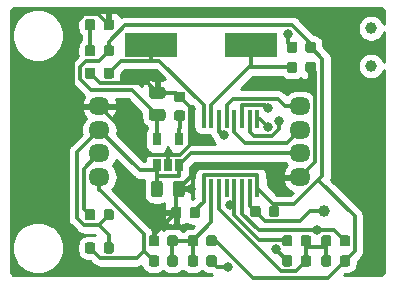
<source format=gtl>
G04 #@! TF.GenerationSoftware,KiCad,Pcbnew,(5.1.2)-1*
G04 #@! TF.CreationDate,2019-11-04T01:51:56+09:00*
G04 #@! TF.ProjectId,IR,49522e6b-6963-4616-945f-706362585858,v1.1*
G04 #@! TF.SameCoordinates,Original*
G04 #@! TF.FileFunction,Copper,L1,Top*
G04 #@! TF.FilePolarity,Positive*
%FSLAX46Y46*%
G04 Gerber Fmt 4.6, Leading zero omitted, Abs format (unit mm)*
G04 Created by KiCad (PCBNEW (5.1.2)-1) date 2019-11-04 01:51:56*
%MOMM*%
%LPD*%
G04 APERTURE LIST*
%ADD10O,1.800000X1.524000*%
%ADD11C,0.050000*%
%ADD12C,0.875000*%
%ADD13C,0.975000*%
%ADD14R,0.650000X1.060000*%
%ADD15R,4.500000X2.000000*%
%ADD16C,1.000000*%
%ADD17R,0.450000X1.500000*%
%ADD18C,0.800000*%
%ADD19C,0.350000*%
%ADD20C,0.254000*%
G04 APERTURE END LIST*
D10*
X185200000Y-114000000D03*
X185200000Y-112000000D03*
X185200000Y-110000000D03*
X185200000Y-108000000D03*
X202200000Y-108000000D03*
X202200000Y-110000000D03*
X202200000Y-112000000D03*
X202200000Y-114000000D03*
D11*
G36*
X193527691Y-116526053D02*
G01*
X193548926Y-116529203D01*
X193569750Y-116534419D01*
X193589962Y-116541651D01*
X193609368Y-116550830D01*
X193627781Y-116561866D01*
X193645024Y-116574654D01*
X193660930Y-116589070D01*
X193675346Y-116604976D01*
X193688134Y-116622219D01*
X193699170Y-116640632D01*
X193708349Y-116660038D01*
X193715581Y-116680250D01*
X193720797Y-116701074D01*
X193723947Y-116722309D01*
X193725000Y-116743750D01*
X193725000Y-117256250D01*
X193723947Y-117277691D01*
X193720797Y-117298926D01*
X193715581Y-117319750D01*
X193708349Y-117339962D01*
X193699170Y-117359368D01*
X193688134Y-117377781D01*
X193675346Y-117395024D01*
X193660930Y-117410930D01*
X193645024Y-117425346D01*
X193627781Y-117438134D01*
X193609368Y-117449170D01*
X193589962Y-117458349D01*
X193569750Y-117465581D01*
X193548926Y-117470797D01*
X193527691Y-117473947D01*
X193506250Y-117475000D01*
X193068750Y-117475000D01*
X193047309Y-117473947D01*
X193026074Y-117470797D01*
X193005250Y-117465581D01*
X192985038Y-117458349D01*
X192965632Y-117449170D01*
X192947219Y-117438134D01*
X192929976Y-117425346D01*
X192914070Y-117410930D01*
X192899654Y-117395024D01*
X192886866Y-117377781D01*
X192875830Y-117359368D01*
X192866651Y-117339962D01*
X192859419Y-117319750D01*
X192854203Y-117298926D01*
X192851053Y-117277691D01*
X192850000Y-117256250D01*
X192850000Y-116743750D01*
X192851053Y-116722309D01*
X192854203Y-116701074D01*
X192859419Y-116680250D01*
X192866651Y-116660038D01*
X192875830Y-116640632D01*
X192886866Y-116622219D01*
X192899654Y-116604976D01*
X192914070Y-116589070D01*
X192929976Y-116574654D01*
X192947219Y-116561866D01*
X192965632Y-116550830D01*
X192985038Y-116541651D01*
X193005250Y-116534419D01*
X193026074Y-116529203D01*
X193047309Y-116526053D01*
X193068750Y-116525000D01*
X193506250Y-116525000D01*
X193527691Y-116526053D01*
X193527691Y-116526053D01*
G37*
D12*
X193287500Y-117000000D03*
D11*
G36*
X191952691Y-116526053D02*
G01*
X191973926Y-116529203D01*
X191994750Y-116534419D01*
X192014962Y-116541651D01*
X192034368Y-116550830D01*
X192052781Y-116561866D01*
X192070024Y-116574654D01*
X192085930Y-116589070D01*
X192100346Y-116604976D01*
X192113134Y-116622219D01*
X192124170Y-116640632D01*
X192133349Y-116660038D01*
X192140581Y-116680250D01*
X192145797Y-116701074D01*
X192148947Y-116722309D01*
X192150000Y-116743750D01*
X192150000Y-117256250D01*
X192148947Y-117277691D01*
X192145797Y-117298926D01*
X192140581Y-117319750D01*
X192133349Y-117339962D01*
X192124170Y-117359368D01*
X192113134Y-117377781D01*
X192100346Y-117395024D01*
X192085930Y-117410930D01*
X192070024Y-117425346D01*
X192052781Y-117438134D01*
X192034368Y-117449170D01*
X192014962Y-117458349D01*
X191994750Y-117465581D01*
X191973926Y-117470797D01*
X191952691Y-117473947D01*
X191931250Y-117475000D01*
X191493750Y-117475000D01*
X191472309Y-117473947D01*
X191451074Y-117470797D01*
X191430250Y-117465581D01*
X191410038Y-117458349D01*
X191390632Y-117449170D01*
X191372219Y-117438134D01*
X191354976Y-117425346D01*
X191339070Y-117410930D01*
X191324654Y-117395024D01*
X191311866Y-117377781D01*
X191300830Y-117359368D01*
X191291651Y-117339962D01*
X191284419Y-117319750D01*
X191279203Y-117298926D01*
X191276053Y-117277691D01*
X191275000Y-117256250D01*
X191275000Y-116743750D01*
X191276053Y-116722309D01*
X191279203Y-116701074D01*
X191284419Y-116680250D01*
X191291651Y-116660038D01*
X191300830Y-116640632D01*
X191311866Y-116622219D01*
X191324654Y-116604976D01*
X191339070Y-116589070D01*
X191354976Y-116574654D01*
X191372219Y-116561866D01*
X191390632Y-116550830D01*
X191410038Y-116541651D01*
X191430250Y-116534419D01*
X191451074Y-116529203D01*
X191472309Y-116526053D01*
X191493750Y-116525000D01*
X191931250Y-116525000D01*
X191952691Y-116526053D01*
X191952691Y-116526053D01*
G37*
D12*
X191712500Y-117000000D03*
D11*
G36*
X192205142Y-114301174D02*
G01*
X192228803Y-114304684D01*
X192252007Y-114310496D01*
X192274529Y-114318554D01*
X192296153Y-114328782D01*
X192316670Y-114341079D01*
X192335883Y-114355329D01*
X192353607Y-114371393D01*
X192369671Y-114389117D01*
X192383921Y-114408330D01*
X192396218Y-114428847D01*
X192406446Y-114450471D01*
X192414504Y-114472993D01*
X192420316Y-114496197D01*
X192423826Y-114519858D01*
X192425000Y-114543750D01*
X192425000Y-115456250D01*
X192423826Y-115480142D01*
X192420316Y-115503803D01*
X192414504Y-115527007D01*
X192406446Y-115549529D01*
X192396218Y-115571153D01*
X192383921Y-115591670D01*
X192369671Y-115610883D01*
X192353607Y-115628607D01*
X192335883Y-115644671D01*
X192316670Y-115658921D01*
X192296153Y-115671218D01*
X192274529Y-115681446D01*
X192252007Y-115689504D01*
X192228803Y-115695316D01*
X192205142Y-115698826D01*
X192181250Y-115700000D01*
X191693750Y-115700000D01*
X191669858Y-115698826D01*
X191646197Y-115695316D01*
X191622993Y-115689504D01*
X191600471Y-115681446D01*
X191578847Y-115671218D01*
X191558330Y-115658921D01*
X191539117Y-115644671D01*
X191521393Y-115628607D01*
X191505329Y-115610883D01*
X191491079Y-115591670D01*
X191478782Y-115571153D01*
X191468554Y-115549529D01*
X191460496Y-115527007D01*
X191454684Y-115503803D01*
X191451174Y-115480142D01*
X191450000Y-115456250D01*
X191450000Y-114543750D01*
X191451174Y-114519858D01*
X191454684Y-114496197D01*
X191460496Y-114472993D01*
X191468554Y-114450471D01*
X191478782Y-114428847D01*
X191491079Y-114408330D01*
X191505329Y-114389117D01*
X191521393Y-114371393D01*
X191539117Y-114355329D01*
X191558330Y-114341079D01*
X191578847Y-114328782D01*
X191600471Y-114318554D01*
X191622993Y-114310496D01*
X191646197Y-114304684D01*
X191669858Y-114301174D01*
X191693750Y-114300000D01*
X192181250Y-114300000D01*
X192205142Y-114301174D01*
X192205142Y-114301174D01*
G37*
D13*
X191937500Y-115000000D03*
D11*
G36*
X190330142Y-114301174D02*
G01*
X190353803Y-114304684D01*
X190377007Y-114310496D01*
X190399529Y-114318554D01*
X190421153Y-114328782D01*
X190441670Y-114341079D01*
X190460883Y-114355329D01*
X190478607Y-114371393D01*
X190494671Y-114389117D01*
X190508921Y-114408330D01*
X190521218Y-114428847D01*
X190531446Y-114450471D01*
X190539504Y-114472993D01*
X190545316Y-114496197D01*
X190548826Y-114519858D01*
X190550000Y-114543750D01*
X190550000Y-115456250D01*
X190548826Y-115480142D01*
X190545316Y-115503803D01*
X190539504Y-115527007D01*
X190531446Y-115549529D01*
X190521218Y-115571153D01*
X190508921Y-115591670D01*
X190494671Y-115610883D01*
X190478607Y-115628607D01*
X190460883Y-115644671D01*
X190441670Y-115658921D01*
X190421153Y-115671218D01*
X190399529Y-115681446D01*
X190377007Y-115689504D01*
X190353803Y-115695316D01*
X190330142Y-115698826D01*
X190306250Y-115700000D01*
X189818750Y-115700000D01*
X189794858Y-115698826D01*
X189771197Y-115695316D01*
X189747993Y-115689504D01*
X189725471Y-115681446D01*
X189703847Y-115671218D01*
X189683330Y-115658921D01*
X189664117Y-115644671D01*
X189646393Y-115628607D01*
X189630329Y-115610883D01*
X189616079Y-115591670D01*
X189603782Y-115571153D01*
X189593554Y-115549529D01*
X189585496Y-115527007D01*
X189579684Y-115503803D01*
X189576174Y-115480142D01*
X189575000Y-115456250D01*
X189575000Y-114543750D01*
X189576174Y-114519858D01*
X189579684Y-114496197D01*
X189585496Y-114472993D01*
X189593554Y-114450471D01*
X189603782Y-114428847D01*
X189616079Y-114408330D01*
X189630329Y-114389117D01*
X189646393Y-114371393D01*
X189664117Y-114355329D01*
X189683330Y-114341079D01*
X189703847Y-114328782D01*
X189725471Y-114318554D01*
X189747993Y-114310496D01*
X189771197Y-114304684D01*
X189794858Y-114301174D01*
X189818750Y-114300000D01*
X190306250Y-114300000D01*
X190330142Y-114301174D01*
X190330142Y-114301174D01*
G37*
D13*
X190062500Y-115000000D03*
D11*
G36*
X192277691Y-106776053D02*
G01*
X192298926Y-106779203D01*
X192319750Y-106784419D01*
X192339962Y-106791651D01*
X192359368Y-106800830D01*
X192377781Y-106811866D01*
X192395024Y-106824654D01*
X192410930Y-106839070D01*
X192425346Y-106854976D01*
X192438134Y-106872219D01*
X192449170Y-106890632D01*
X192458349Y-106910038D01*
X192465581Y-106930250D01*
X192470797Y-106951074D01*
X192473947Y-106972309D01*
X192475000Y-106993750D01*
X192475000Y-107431250D01*
X192473947Y-107452691D01*
X192470797Y-107473926D01*
X192465581Y-107494750D01*
X192458349Y-107514962D01*
X192449170Y-107534368D01*
X192438134Y-107552781D01*
X192425346Y-107570024D01*
X192410930Y-107585930D01*
X192395024Y-107600346D01*
X192377781Y-107613134D01*
X192359368Y-107624170D01*
X192339962Y-107633349D01*
X192319750Y-107640581D01*
X192298926Y-107645797D01*
X192277691Y-107648947D01*
X192256250Y-107650000D01*
X191743750Y-107650000D01*
X191722309Y-107648947D01*
X191701074Y-107645797D01*
X191680250Y-107640581D01*
X191660038Y-107633349D01*
X191640632Y-107624170D01*
X191622219Y-107613134D01*
X191604976Y-107600346D01*
X191589070Y-107585930D01*
X191574654Y-107570024D01*
X191561866Y-107552781D01*
X191550830Y-107534368D01*
X191541651Y-107514962D01*
X191534419Y-107494750D01*
X191529203Y-107473926D01*
X191526053Y-107452691D01*
X191525000Y-107431250D01*
X191525000Y-106993750D01*
X191526053Y-106972309D01*
X191529203Y-106951074D01*
X191534419Y-106930250D01*
X191541651Y-106910038D01*
X191550830Y-106890632D01*
X191561866Y-106872219D01*
X191574654Y-106854976D01*
X191589070Y-106839070D01*
X191604976Y-106824654D01*
X191622219Y-106811866D01*
X191640632Y-106800830D01*
X191660038Y-106791651D01*
X191680250Y-106784419D01*
X191701074Y-106779203D01*
X191722309Y-106776053D01*
X191743750Y-106775000D01*
X192256250Y-106775000D01*
X192277691Y-106776053D01*
X192277691Y-106776053D01*
G37*
D12*
X192000000Y-107212500D03*
D11*
G36*
X192277691Y-108351053D02*
G01*
X192298926Y-108354203D01*
X192319750Y-108359419D01*
X192339962Y-108366651D01*
X192359368Y-108375830D01*
X192377781Y-108386866D01*
X192395024Y-108399654D01*
X192410930Y-108414070D01*
X192425346Y-108429976D01*
X192438134Y-108447219D01*
X192449170Y-108465632D01*
X192458349Y-108485038D01*
X192465581Y-108505250D01*
X192470797Y-108526074D01*
X192473947Y-108547309D01*
X192475000Y-108568750D01*
X192475000Y-109006250D01*
X192473947Y-109027691D01*
X192470797Y-109048926D01*
X192465581Y-109069750D01*
X192458349Y-109089962D01*
X192449170Y-109109368D01*
X192438134Y-109127781D01*
X192425346Y-109145024D01*
X192410930Y-109160930D01*
X192395024Y-109175346D01*
X192377781Y-109188134D01*
X192359368Y-109199170D01*
X192339962Y-109208349D01*
X192319750Y-109215581D01*
X192298926Y-109220797D01*
X192277691Y-109223947D01*
X192256250Y-109225000D01*
X191743750Y-109225000D01*
X191722309Y-109223947D01*
X191701074Y-109220797D01*
X191680250Y-109215581D01*
X191660038Y-109208349D01*
X191640632Y-109199170D01*
X191622219Y-109188134D01*
X191604976Y-109175346D01*
X191589070Y-109160930D01*
X191574654Y-109145024D01*
X191561866Y-109127781D01*
X191550830Y-109109368D01*
X191541651Y-109089962D01*
X191534419Y-109069750D01*
X191529203Y-109048926D01*
X191526053Y-109027691D01*
X191525000Y-109006250D01*
X191525000Y-108568750D01*
X191526053Y-108547309D01*
X191529203Y-108526074D01*
X191534419Y-108505250D01*
X191541651Y-108485038D01*
X191550830Y-108465632D01*
X191561866Y-108447219D01*
X191574654Y-108429976D01*
X191589070Y-108414070D01*
X191604976Y-108399654D01*
X191622219Y-108386866D01*
X191640632Y-108375830D01*
X191660038Y-108366651D01*
X191680250Y-108359419D01*
X191701074Y-108354203D01*
X191722309Y-108351053D01*
X191743750Y-108350000D01*
X192256250Y-108350000D01*
X192277691Y-108351053D01*
X192277691Y-108351053D01*
G37*
D12*
X192000000Y-108787500D03*
D11*
G36*
X190580142Y-108251174D02*
G01*
X190603803Y-108254684D01*
X190627007Y-108260496D01*
X190649529Y-108268554D01*
X190671153Y-108278782D01*
X190691670Y-108291079D01*
X190710883Y-108305329D01*
X190728607Y-108321393D01*
X190744671Y-108339117D01*
X190758921Y-108358330D01*
X190771218Y-108378847D01*
X190781446Y-108400471D01*
X190789504Y-108422993D01*
X190795316Y-108446197D01*
X190798826Y-108469858D01*
X190800000Y-108493750D01*
X190800000Y-108981250D01*
X190798826Y-109005142D01*
X190795316Y-109028803D01*
X190789504Y-109052007D01*
X190781446Y-109074529D01*
X190771218Y-109096153D01*
X190758921Y-109116670D01*
X190744671Y-109135883D01*
X190728607Y-109153607D01*
X190710883Y-109169671D01*
X190691670Y-109183921D01*
X190671153Y-109196218D01*
X190649529Y-109206446D01*
X190627007Y-109214504D01*
X190603803Y-109220316D01*
X190580142Y-109223826D01*
X190556250Y-109225000D01*
X189643750Y-109225000D01*
X189619858Y-109223826D01*
X189596197Y-109220316D01*
X189572993Y-109214504D01*
X189550471Y-109206446D01*
X189528847Y-109196218D01*
X189508330Y-109183921D01*
X189489117Y-109169671D01*
X189471393Y-109153607D01*
X189455329Y-109135883D01*
X189441079Y-109116670D01*
X189428782Y-109096153D01*
X189418554Y-109074529D01*
X189410496Y-109052007D01*
X189404684Y-109028803D01*
X189401174Y-109005142D01*
X189400000Y-108981250D01*
X189400000Y-108493750D01*
X189401174Y-108469858D01*
X189404684Y-108446197D01*
X189410496Y-108422993D01*
X189418554Y-108400471D01*
X189428782Y-108378847D01*
X189441079Y-108358330D01*
X189455329Y-108339117D01*
X189471393Y-108321393D01*
X189489117Y-108305329D01*
X189508330Y-108291079D01*
X189528847Y-108278782D01*
X189550471Y-108268554D01*
X189572993Y-108260496D01*
X189596197Y-108254684D01*
X189619858Y-108251174D01*
X189643750Y-108250000D01*
X190556250Y-108250000D01*
X190580142Y-108251174D01*
X190580142Y-108251174D01*
G37*
D13*
X190100000Y-108737500D03*
D11*
G36*
X190580142Y-106376174D02*
G01*
X190603803Y-106379684D01*
X190627007Y-106385496D01*
X190649529Y-106393554D01*
X190671153Y-106403782D01*
X190691670Y-106416079D01*
X190710883Y-106430329D01*
X190728607Y-106446393D01*
X190744671Y-106464117D01*
X190758921Y-106483330D01*
X190771218Y-106503847D01*
X190781446Y-106525471D01*
X190789504Y-106547993D01*
X190795316Y-106571197D01*
X190798826Y-106594858D01*
X190800000Y-106618750D01*
X190800000Y-107106250D01*
X190798826Y-107130142D01*
X190795316Y-107153803D01*
X190789504Y-107177007D01*
X190781446Y-107199529D01*
X190771218Y-107221153D01*
X190758921Y-107241670D01*
X190744671Y-107260883D01*
X190728607Y-107278607D01*
X190710883Y-107294671D01*
X190691670Y-107308921D01*
X190671153Y-107321218D01*
X190649529Y-107331446D01*
X190627007Y-107339504D01*
X190603803Y-107345316D01*
X190580142Y-107348826D01*
X190556250Y-107350000D01*
X189643750Y-107350000D01*
X189619858Y-107348826D01*
X189596197Y-107345316D01*
X189572993Y-107339504D01*
X189550471Y-107331446D01*
X189528847Y-107321218D01*
X189508330Y-107308921D01*
X189489117Y-107294671D01*
X189471393Y-107278607D01*
X189455329Y-107260883D01*
X189441079Y-107241670D01*
X189428782Y-107221153D01*
X189418554Y-107199529D01*
X189410496Y-107177007D01*
X189404684Y-107153803D01*
X189401174Y-107130142D01*
X189400000Y-107106250D01*
X189400000Y-106618750D01*
X189401174Y-106594858D01*
X189404684Y-106571197D01*
X189410496Y-106547993D01*
X189418554Y-106525471D01*
X189428782Y-106503847D01*
X189441079Y-106483330D01*
X189455329Y-106464117D01*
X189471393Y-106446393D01*
X189489117Y-106430329D01*
X189508330Y-106416079D01*
X189528847Y-106403782D01*
X189550471Y-106393554D01*
X189572993Y-106385496D01*
X189596197Y-106379684D01*
X189619858Y-106376174D01*
X189643750Y-106375000D01*
X190556250Y-106375000D01*
X190580142Y-106376174D01*
X190580142Y-106376174D01*
G37*
D13*
X190100000Y-106862500D03*
D11*
G36*
X203327691Y-104226053D02*
G01*
X203348926Y-104229203D01*
X203369750Y-104234419D01*
X203389962Y-104241651D01*
X203409368Y-104250830D01*
X203427781Y-104261866D01*
X203445024Y-104274654D01*
X203460930Y-104289070D01*
X203475346Y-104304976D01*
X203488134Y-104322219D01*
X203499170Y-104340632D01*
X203508349Y-104360038D01*
X203515581Y-104380250D01*
X203520797Y-104401074D01*
X203523947Y-104422309D01*
X203525000Y-104443750D01*
X203525000Y-104956250D01*
X203523947Y-104977691D01*
X203520797Y-104998926D01*
X203515581Y-105019750D01*
X203508349Y-105039962D01*
X203499170Y-105059368D01*
X203488134Y-105077781D01*
X203475346Y-105095024D01*
X203460930Y-105110930D01*
X203445024Y-105125346D01*
X203427781Y-105138134D01*
X203409368Y-105149170D01*
X203389962Y-105158349D01*
X203369750Y-105165581D01*
X203348926Y-105170797D01*
X203327691Y-105173947D01*
X203306250Y-105175000D01*
X202868750Y-105175000D01*
X202847309Y-105173947D01*
X202826074Y-105170797D01*
X202805250Y-105165581D01*
X202785038Y-105158349D01*
X202765632Y-105149170D01*
X202747219Y-105138134D01*
X202729976Y-105125346D01*
X202714070Y-105110930D01*
X202699654Y-105095024D01*
X202686866Y-105077781D01*
X202675830Y-105059368D01*
X202666651Y-105039962D01*
X202659419Y-105019750D01*
X202654203Y-104998926D01*
X202651053Y-104977691D01*
X202650000Y-104956250D01*
X202650000Y-104443750D01*
X202651053Y-104422309D01*
X202654203Y-104401074D01*
X202659419Y-104380250D01*
X202666651Y-104360038D01*
X202675830Y-104340632D01*
X202686866Y-104322219D01*
X202699654Y-104304976D01*
X202714070Y-104289070D01*
X202729976Y-104274654D01*
X202747219Y-104261866D01*
X202765632Y-104250830D01*
X202785038Y-104241651D01*
X202805250Y-104234419D01*
X202826074Y-104229203D01*
X202847309Y-104226053D01*
X202868750Y-104225000D01*
X203306250Y-104225000D01*
X203327691Y-104226053D01*
X203327691Y-104226053D01*
G37*
D12*
X203087500Y-104700000D03*
D11*
G36*
X201752691Y-104226053D02*
G01*
X201773926Y-104229203D01*
X201794750Y-104234419D01*
X201814962Y-104241651D01*
X201834368Y-104250830D01*
X201852781Y-104261866D01*
X201870024Y-104274654D01*
X201885930Y-104289070D01*
X201900346Y-104304976D01*
X201913134Y-104322219D01*
X201924170Y-104340632D01*
X201933349Y-104360038D01*
X201940581Y-104380250D01*
X201945797Y-104401074D01*
X201948947Y-104422309D01*
X201950000Y-104443750D01*
X201950000Y-104956250D01*
X201948947Y-104977691D01*
X201945797Y-104998926D01*
X201940581Y-105019750D01*
X201933349Y-105039962D01*
X201924170Y-105059368D01*
X201913134Y-105077781D01*
X201900346Y-105095024D01*
X201885930Y-105110930D01*
X201870024Y-105125346D01*
X201852781Y-105138134D01*
X201834368Y-105149170D01*
X201814962Y-105158349D01*
X201794750Y-105165581D01*
X201773926Y-105170797D01*
X201752691Y-105173947D01*
X201731250Y-105175000D01*
X201293750Y-105175000D01*
X201272309Y-105173947D01*
X201251074Y-105170797D01*
X201230250Y-105165581D01*
X201210038Y-105158349D01*
X201190632Y-105149170D01*
X201172219Y-105138134D01*
X201154976Y-105125346D01*
X201139070Y-105110930D01*
X201124654Y-105095024D01*
X201111866Y-105077781D01*
X201100830Y-105059368D01*
X201091651Y-105039962D01*
X201084419Y-105019750D01*
X201079203Y-104998926D01*
X201076053Y-104977691D01*
X201075000Y-104956250D01*
X201075000Y-104443750D01*
X201076053Y-104422309D01*
X201079203Y-104401074D01*
X201084419Y-104380250D01*
X201091651Y-104360038D01*
X201100830Y-104340632D01*
X201111866Y-104322219D01*
X201124654Y-104304976D01*
X201139070Y-104289070D01*
X201154976Y-104274654D01*
X201172219Y-104261866D01*
X201190632Y-104250830D01*
X201210038Y-104241651D01*
X201230250Y-104234419D01*
X201251074Y-104229203D01*
X201272309Y-104226053D01*
X201293750Y-104225000D01*
X201731250Y-104225000D01*
X201752691Y-104226053D01*
X201752691Y-104226053D01*
G37*
D12*
X201512500Y-104700000D03*
D11*
G36*
X186227691Y-104726053D02*
G01*
X186248926Y-104729203D01*
X186269750Y-104734419D01*
X186289962Y-104741651D01*
X186309368Y-104750830D01*
X186327781Y-104761866D01*
X186345024Y-104774654D01*
X186360930Y-104789070D01*
X186375346Y-104804976D01*
X186388134Y-104822219D01*
X186399170Y-104840632D01*
X186408349Y-104860038D01*
X186415581Y-104880250D01*
X186420797Y-104901074D01*
X186423947Y-104922309D01*
X186425000Y-104943750D01*
X186425000Y-105456250D01*
X186423947Y-105477691D01*
X186420797Y-105498926D01*
X186415581Y-105519750D01*
X186408349Y-105539962D01*
X186399170Y-105559368D01*
X186388134Y-105577781D01*
X186375346Y-105595024D01*
X186360930Y-105610930D01*
X186345024Y-105625346D01*
X186327781Y-105638134D01*
X186309368Y-105649170D01*
X186289962Y-105658349D01*
X186269750Y-105665581D01*
X186248926Y-105670797D01*
X186227691Y-105673947D01*
X186206250Y-105675000D01*
X185768750Y-105675000D01*
X185747309Y-105673947D01*
X185726074Y-105670797D01*
X185705250Y-105665581D01*
X185685038Y-105658349D01*
X185665632Y-105649170D01*
X185647219Y-105638134D01*
X185629976Y-105625346D01*
X185614070Y-105610930D01*
X185599654Y-105595024D01*
X185586866Y-105577781D01*
X185575830Y-105559368D01*
X185566651Y-105539962D01*
X185559419Y-105519750D01*
X185554203Y-105498926D01*
X185551053Y-105477691D01*
X185550000Y-105456250D01*
X185550000Y-104943750D01*
X185551053Y-104922309D01*
X185554203Y-104901074D01*
X185559419Y-104880250D01*
X185566651Y-104860038D01*
X185575830Y-104840632D01*
X185586866Y-104822219D01*
X185599654Y-104804976D01*
X185614070Y-104789070D01*
X185629976Y-104774654D01*
X185647219Y-104761866D01*
X185665632Y-104750830D01*
X185685038Y-104741651D01*
X185705250Y-104734419D01*
X185726074Y-104729203D01*
X185747309Y-104726053D01*
X185768750Y-104725000D01*
X186206250Y-104725000D01*
X186227691Y-104726053D01*
X186227691Y-104726053D01*
G37*
D12*
X185987500Y-105200000D03*
D11*
G36*
X184652691Y-104726053D02*
G01*
X184673926Y-104729203D01*
X184694750Y-104734419D01*
X184714962Y-104741651D01*
X184734368Y-104750830D01*
X184752781Y-104761866D01*
X184770024Y-104774654D01*
X184785930Y-104789070D01*
X184800346Y-104804976D01*
X184813134Y-104822219D01*
X184824170Y-104840632D01*
X184833349Y-104860038D01*
X184840581Y-104880250D01*
X184845797Y-104901074D01*
X184848947Y-104922309D01*
X184850000Y-104943750D01*
X184850000Y-105456250D01*
X184848947Y-105477691D01*
X184845797Y-105498926D01*
X184840581Y-105519750D01*
X184833349Y-105539962D01*
X184824170Y-105559368D01*
X184813134Y-105577781D01*
X184800346Y-105595024D01*
X184785930Y-105610930D01*
X184770024Y-105625346D01*
X184752781Y-105638134D01*
X184734368Y-105649170D01*
X184714962Y-105658349D01*
X184694750Y-105665581D01*
X184673926Y-105670797D01*
X184652691Y-105673947D01*
X184631250Y-105675000D01*
X184193750Y-105675000D01*
X184172309Y-105673947D01*
X184151074Y-105670797D01*
X184130250Y-105665581D01*
X184110038Y-105658349D01*
X184090632Y-105649170D01*
X184072219Y-105638134D01*
X184054976Y-105625346D01*
X184039070Y-105610930D01*
X184024654Y-105595024D01*
X184011866Y-105577781D01*
X184000830Y-105559368D01*
X183991651Y-105539962D01*
X183984419Y-105519750D01*
X183979203Y-105498926D01*
X183976053Y-105477691D01*
X183975000Y-105456250D01*
X183975000Y-104943750D01*
X183976053Y-104922309D01*
X183979203Y-104901074D01*
X183984419Y-104880250D01*
X183991651Y-104860038D01*
X184000830Y-104840632D01*
X184011866Y-104822219D01*
X184024654Y-104804976D01*
X184039070Y-104789070D01*
X184054976Y-104774654D01*
X184072219Y-104761866D01*
X184090632Y-104750830D01*
X184110038Y-104741651D01*
X184130250Y-104734419D01*
X184151074Y-104729203D01*
X184172309Y-104726053D01*
X184193750Y-104725000D01*
X184631250Y-104725000D01*
X184652691Y-104726053D01*
X184652691Y-104726053D01*
G37*
D12*
X184412500Y-105200000D03*
D11*
G36*
X184652691Y-102826053D02*
G01*
X184673926Y-102829203D01*
X184694750Y-102834419D01*
X184714962Y-102841651D01*
X184734368Y-102850830D01*
X184752781Y-102861866D01*
X184770024Y-102874654D01*
X184785930Y-102889070D01*
X184800346Y-102904976D01*
X184813134Y-102922219D01*
X184824170Y-102940632D01*
X184833349Y-102960038D01*
X184840581Y-102980250D01*
X184845797Y-103001074D01*
X184848947Y-103022309D01*
X184850000Y-103043750D01*
X184850000Y-103556250D01*
X184848947Y-103577691D01*
X184845797Y-103598926D01*
X184840581Y-103619750D01*
X184833349Y-103639962D01*
X184824170Y-103659368D01*
X184813134Y-103677781D01*
X184800346Y-103695024D01*
X184785930Y-103710930D01*
X184770024Y-103725346D01*
X184752781Y-103738134D01*
X184734368Y-103749170D01*
X184714962Y-103758349D01*
X184694750Y-103765581D01*
X184673926Y-103770797D01*
X184652691Y-103773947D01*
X184631250Y-103775000D01*
X184193750Y-103775000D01*
X184172309Y-103773947D01*
X184151074Y-103770797D01*
X184130250Y-103765581D01*
X184110038Y-103758349D01*
X184090632Y-103749170D01*
X184072219Y-103738134D01*
X184054976Y-103725346D01*
X184039070Y-103710930D01*
X184024654Y-103695024D01*
X184011866Y-103677781D01*
X184000830Y-103659368D01*
X183991651Y-103639962D01*
X183984419Y-103619750D01*
X183979203Y-103598926D01*
X183976053Y-103577691D01*
X183975000Y-103556250D01*
X183975000Y-103043750D01*
X183976053Y-103022309D01*
X183979203Y-103001074D01*
X183984419Y-102980250D01*
X183991651Y-102960038D01*
X184000830Y-102940632D01*
X184011866Y-102922219D01*
X184024654Y-102904976D01*
X184039070Y-102889070D01*
X184054976Y-102874654D01*
X184072219Y-102861866D01*
X184090632Y-102850830D01*
X184110038Y-102841651D01*
X184130250Y-102834419D01*
X184151074Y-102829203D01*
X184172309Y-102826053D01*
X184193750Y-102825000D01*
X184631250Y-102825000D01*
X184652691Y-102826053D01*
X184652691Y-102826053D01*
G37*
D12*
X184412500Y-103300000D03*
D11*
G36*
X186227691Y-102826053D02*
G01*
X186248926Y-102829203D01*
X186269750Y-102834419D01*
X186289962Y-102841651D01*
X186309368Y-102850830D01*
X186327781Y-102861866D01*
X186345024Y-102874654D01*
X186360930Y-102889070D01*
X186375346Y-102904976D01*
X186388134Y-102922219D01*
X186399170Y-102940632D01*
X186408349Y-102960038D01*
X186415581Y-102980250D01*
X186420797Y-103001074D01*
X186423947Y-103022309D01*
X186425000Y-103043750D01*
X186425000Y-103556250D01*
X186423947Y-103577691D01*
X186420797Y-103598926D01*
X186415581Y-103619750D01*
X186408349Y-103639962D01*
X186399170Y-103659368D01*
X186388134Y-103677781D01*
X186375346Y-103695024D01*
X186360930Y-103710930D01*
X186345024Y-103725346D01*
X186327781Y-103738134D01*
X186309368Y-103749170D01*
X186289962Y-103758349D01*
X186269750Y-103765581D01*
X186248926Y-103770797D01*
X186227691Y-103773947D01*
X186206250Y-103775000D01*
X185768750Y-103775000D01*
X185747309Y-103773947D01*
X185726074Y-103770797D01*
X185705250Y-103765581D01*
X185685038Y-103758349D01*
X185665632Y-103749170D01*
X185647219Y-103738134D01*
X185629976Y-103725346D01*
X185614070Y-103710930D01*
X185599654Y-103695024D01*
X185586866Y-103677781D01*
X185575830Y-103659368D01*
X185566651Y-103639962D01*
X185559419Y-103619750D01*
X185554203Y-103598926D01*
X185551053Y-103577691D01*
X185550000Y-103556250D01*
X185550000Y-103043750D01*
X185551053Y-103022309D01*
X185554203Y-103001074D01*
X185559419Y-102980250D01*
X185566651Y-102960038D01*
X185575830Y-102940632D01*
X185586866Y-102922219D01*
X185599654Y-102904976D01*
X185614070Y-102889070D01*
X185629976Y-102874654D01*
X185647219Y-102861866D01*
X185665632Y-102850830D01*
X185685038Y-102841651D01*
X185705250Y-102834419D01*
X185726074Y-102829203D01*
X185747309Y-102826053D01*
X185768750Y-102825000D01*
X186206250Y-102825000D01*
X186227691Y-102826053D01*
X186227691Y-102826053D01*
G37*
D12*
X185987500Y-103300000D03*
D11*
G36*
X193352691Y-120626053D02*
G01*
X193373926Y-120629203D01*
X193394750Y-120634419D01*
X193414962Y-120641651D01*
X193434368Y-120650830D01*
X193452781Y-120661866D01*
X193470024Y-120674654D01*
X193485930Y-120689070D01*
X193500346Y-120704976D01*
X193513134Y-120722219D01*
X193524170Y-120740632D01*
X193533349Y-120760038D01*
X193540581Y-120780250D01*
X193545797Y-120801074D01*
X193548947Y-120822309D01*
X193550000Y-120843750D01*
X193550000Y-121356250D01*
X193548947Y-121377691D01*
X193545797Y-121398926D01*
X193540581Y-121419750D01*
X193533349Y-121439962D01*
X193524170Y-121459368D01*
X193513134Y-121477781D01*
X193500346Y-121495024D01*
X193485930Y-121510930D01*
X193470024Y-121525346D01*
X193452781Y-121538134D01*
X193434368Y-121549170D01*
X193414962Y-121558349D01*
X193394750Y-121565581D01*
X193373926Y-121570797D01*
X193352691Y-121573947D01*
X193331250Y-121575000D01*
X192893750Y-121575000D01*
X192872309Y-121573947D01*
X192851074Y-121570797D01*
X192830250Y-121565581D01*
X192810038Y-121558349D01*
X192790632Y-121549170D01*
X192772219Y-121538134D01*
X192754976Y-121525346D01*
X192739070Y-121510930D01*
X192724654Y-121495024D01*
X192711866Y-121477781D01*
X192700830Y-121459368D01*
X192691651Y-121439962D01*
X192684419Y-121419750D01*
X192679203Y-121398926D01*
X192676053Y-121377691D01*
X192675000Y-121356250D01*
X192675000Y-120843750D01*
X192676053Y-120822309D01*
X192679203Y-120801074D01*
X192684419Y-120780250D01*
X192691651Y-120760038D01*
X192700830Y-120740632D01*
X192711866Y-120722219D01*
X192724654Y-120704976D01*
X192739070Y-120689070D01*
X192754976Y-120674654D01*
X192772219Y-120661866D01*
X192790632Y-120650830D01*
X192810038Y-120641651D01*
X192830250Y-120634419D01*
X192851074Y-120629203D01*
X192872309Y-120626053D01*
X192893750Y-120625000D01*
X193331250Y-120625000D01*
X193352691Y-120626053D01*
X193352691Y-120626053D01*
G37*
D12*
X193112500Y-121100000D03*
D11*
G36*
X194927691Y-120626053D02*
G01*
X194948926Y-120629203D01*
X194969750Y-120634419D01*
X194989962Y-120641651D01*
X195009368Y-120650830D01*
X195027781Y-120661866D01*
X195045024Y-120674654D01*
X195060930Y-120689070D01*
X195075346Y-120704976D01*
X195088134Y-120722219D01*
X195099170Y-120740632D01*
X195108349Y-120760038D01*
X195115581Y-120780250D01*
X195120797Y-120801074D01*
X195123947Y-120822309D01*
X195125000Y-120843750D01*
X195125000Y-121356250D01*
X195123947Y-121377691D01*
X195120797Y-121398926D01*
X195115581Y-121419750D01*
X195108349Y-121439962D01*
X195099170Y-121459368D01*
X195088134Y-121477781D01*
X195075346Y-121495024D01*
X195060930Y-121510930D01*
X195045024Y-121525346D01*
X195027781Y-121538134D01*
X195009368Y-121549170D01*
X194989962Y-121558349D01*
X194969750Y-121565581D01*
X194948926Y-121570797D01*
X194927691Y-121573947D01*
X194906250Y-121575000D01*
X194468750Y-121575000D01*
X194447309Y-121573947D01*
X194426074Y-121570797D01*
X194405250Y-121565581D01*
X194385038Y-121558349D01*
X194365632Y-121549170D01*
X194347219Y-121538134D01*
X194329976Y-121525346D01*
X194314070Y-121510930D01*
X194299654Y-121495024D01*
X194286866Y-121477781D01*
X194275830Y-121459368D01*
X194266651Y-121439962D01*
X194259419Y-121419750D01*
X194254203Y-121398926D01*
X194251053Y-121377691D01*
X194250000Y-121356250D01*
X194250000Y-120843750D01*
X194251053Y-120822309D01*
X194254203Y-120801074D01*
X194259419Y-120780250D01*
X194266651Y-120760038D01*
X194275830Y-120740632D01*
X194286866Y-120722219D01*
X194299654Y-120704976D01*
X194314070Y-120689070D01*
X194329976Y-120674654D01*
X194347219Y-120661866D01*
X194365632Y-120650830D01*
X194385038Y-120641651D01*
X194405250Y-120634419D01*
X194426074Y-120629203D01*
X194447309Y-120626053D01*
X194468750Y-120625000D01*
X194906250Y-120625000D01*
X194927691Y-120626053D01*
X194927691Y-120626053D01*
G37*
D12*
X194687500Y-121100000D03*
D11*
G36*
X191627691Y-120626053D02*
G01*
X191648926Y-120629203D01*
X191669750Y-120634419D01*
X191689962Y-120641651D01*
X191709368Y-120650830D01*
X191727781Y-120661866D01*
X191745024Y-120674654D01*
X191760930Y-120689070D01*
X191775346Y-120704976D01*
X191788134Y-120722219D01*
X191799170Y-120740632D01*
X191808349Y-120760038D01*
X191815581Y-120780250D01*
X191820797Y-120801074D01*
X191823947Y-120822309D01*
X191825000Y-120843750D01*
X191825000Y-121356250D01*
X191823947Y-121377691D01*
X191820797Y-121398926D01*
X191815581Y-121419750D01*
X191808349Y-121439962D01*
X191799170Y-121459368D01*
X191788134Y-121477781D01*
X191775346Y-121495024D01*
X191760930Y-121510930D01*
X191745024Y-121525346D01*
X191727781Y-121538134D01*
X191709368Y-121549170D01*
X191689962Y-121558349D01*
X191669750Y-121565581D01*
X191648926Y-121570797D01*
X191627691Y-121573947D01*
X191606250Y-121575000D01*
X191168750Y-121575000D01*
X191147309Y-121573947D01*
X191126074Y-121570797D01*
X191105250Y-121565581D01*
X191085038Y-121558349D01*
X191065632Y-121549170D01*
X191047219Y-121538134D01*
X191029976Y-121525346D01*
X191014070Y-121510930D01*
X190999654Y-121495024D01*
X190986866Y-121477781D01*
X190975830Y-121459368D01*
X190966651Y-121439962D01*
X190959419Y-121419750D01*
X190954203Y-121398926D01*
X190951053Y-121377691D01*
X190950000Y-121356250D01*
X190950000Y-120843750D01*
X190951053Y-120822309D01*
X190954203Y-120801074D01*
X190959419Y-120780250D01*
X190966651Y-120760038D01*
X190975830Y-120740632D01*
X190986866Y-120722219D01*
X190999654Y-120704976D01*
X191014070Y-120689070D01*
X191029976Y-120674654D01*
X191047219Y-120661866D01*
X191065632Y-120650830D01*
X191085038Y-120641651D01*
X191105250Y-120634419D01*
X191126074Y-120629203D01*
X191147309Y-120626053D01*
X191168750Y-120625000D01*
X191606250Y-120625000D01*
X191627691Y-120626053D01*
X191627691Y-120626053D01*
G37*
D12*
X191387500Y-121100000D03*
D11*
G36*
X190052691Y-120626053D02*
G01*
X190073926Y-120629203D01*
X190094750Y-120634419D01*
X190114962Y-120641651D01*
X190134368Y-120650830D01*
X190152781Y-120661866D01*
X190170024Y-120674654D01*
X190185930Y-120689070D01*
X190200346Y-120704976D01*
X190213134Y-120722219D01*
X190224170Y-120740632D01*
X190233349Y-120760038D01*
X190240581Y-120780250D01*
X190245797Y-120801074D01*
X190248947Y-120822309D01*
X190250000Y-120843750D01*
X190250000Y-121356250D01*
X190248947Y-121377691D01*
X190245797Y-121398926D01*
X190240581Y-121419750D01*
X190233349Y-121439962D01*
X190224170Y-121459368D01*
X190213134Y-121477781D01*
X190200346Y-121495024D01*
X190185930Y-121510930D01*
X190170024Y-121525346D01*
X190152781Y-121538134D01*
X190134368Y-121549170D01*
X190114962Y-121558349D01*
X190094750Y-121565581D01*
X190073926Y-121570797D01*
X190052691Y-121573947D01*
X190031250Y-121575000D01*
X189593750Y-121575000D01*
X189572309Y-121573947D01*
X189551074Y-121570797D01*
X189530250Y-121565581D01*
X189510038Y-121558349D01*
X189490632Y-121549170D01*
X189472219Y-121538134D01*
X189454976Y-121525346D01*
X189439070Y-121510930D01*
X189424654Y-121495024D01*
X189411866Y-121477781D01*
X189400830Y-121459368D01*
X189391651Y-121439962D01*
X189384419Y-121419750D01*
X189379203Y-121398926D01*
X189376053Y-121377691D01*
X189375000Y-121356250D01*
X189375000Y-120843750D01*
X189376053Y-120822309D01*
X189379203Y-120801074D01*
X189384419Y-120780250D01*
X189391651Y-120760038D01*
X189400830Y-120740632D01*
X189411866Y-120722219D01*
X189424654Y-120704976D01*
X189439070Y-120689070D01*
X189454976Y-120674654D01*
X189472219Y-120661866D01*
X189490632Y-120650830D01*
X189510038Y-120641651D01*
X189530250Y-120634419D01*
X189551074Y-120629203D01*
X189572309Y-120626053D01*
X189593750Y-120625000D01*
X190031250Y-120625000D01*
X190052691Y-120626053D01*
X190052691Y-120626053D01*
G37*
D12*
X189812500Y-121100000D03*
D11*
G36*
X206227691Y-118926053D02*
G01*
X206248926Y-118929203D01*
X206269750Y-118934419D01*
X206289962Y-118941651D01*
X206309368Y-118950830D01*
X206327781Y-118961866D01*
X206345024Y-118974654D01*
X206360930Y-118989070D01*
X206375346Y-119004976D01*
X206388134Y-119022219D01*
X206399170Y-119040632D01*
X206408349Y-119060038D01*
X206415581Y-119080250D01*
X206420797Y-119101074D01*
X206423947Y-119122309D01*
X206425000Y-119143750D01*
X206425000Y-119656250D01*
X206423947Y-119677691D01*
X206420797Y-119698926D01*
X206415581Y-119719750D01*
X206408349Y-119739962D01*
X206399170Y-119759368D01*
X206388134Y-119777781D01*
X206375346Y-119795024D01*
X206360930Y-119810930D01*
X206345024Y-119825346D01*
X206327781Y-119838134D01*
X206309368Y-119849170D01*
X206289962Y-119858349D01*
X206269750Y-119865581D01*
X206248926Y-119870797D01*
X206227691Y-119873947D01*
X206206250Y-119875000D01*
X205768750Y-119875000D01*
X205747309Y-119873947D01*
X205726074Y-119870797D01*
X205705250Y-119865581D01*
X205685038Y-119858349D01*
X205665632Y-119849170D01*
X205647219Y-119838134D01*
X205629976Y-119825346D01*
X205614070Y-119810930D01*
X205599654Y-119795024D01*
X205586866Y-119777781D01*
X205575830Y-119759368D01*
X205566651Y-119739962D01*
X205559419Y-119719750D01*
X205554203Y-119698926D01*
X205551053Y-119677691D01*
X205550000Y-119656250D01*
X205550000Y-119143750D01*
X205551053Y-119122309D01*
X205554203Y-119101074D01*
X205559419Y-119080250D01*
X205566651Y-119060038D01*
X205575830Y-119040632D01*
X205586866Y-119022219D01*
X205599654Y-119004976D01*
X205614070Y-118989070D01*
X205629976Y-118974654D01*
X205647219Y-118961866D01*
X205665632Y-118950830D01*
X205685038Y-118941651D01*
X205705250Y-118934419D01*
X205726074Y-118929203D01*
X205747309Y-118926053D01*
X205768750Y-118925000D01*
X206206250Y-118925000D01*
X206227691Y-118926053D01*
X206227691Y-118926053D01*
G37*
D12*
X205987500Y-119400000D03*
D11*
G36*
X204652691Y-118926053D02*
G01*
X204673926Y-118929203D01*
X204694750Y-118934419D01*
X204714962Y-118941651D01*
X204734368Y-118950830D01*
X204752781Y-118961866D01*
X204770024Y-118974654D01*
X204785930Y-118989070D01*
X204800346Y-119004976D01*
X204813134Y-119022219D01*
X204824170Y-119040632D01*
X204833349Y-119060038D01*
X204840581Y-119080250D01*
X204845797Y-119101074D01*
X204848947Y-119122309D01*
X204850000Y-119143750D01*
X204850000Y-119656250D01*
X204848947Y-119677691D01*
X204845797Y-119698926D01*
X204840581Y-119719750D01*
X204833349Y-119739962D01*
X204824170Y-119759368D01*
X204813134Y-119777781D01*
X204800346Y-119795024D01*
X204785930Y-119810930D01*
X204770024Y-119825346D01*
X204752781Y-119838134D01*
X204734368Y-119849170D01*
X204714962Y-119858349D01*
X204694750Y-119865581D01*
X204673926Y-119870797D01*
X204652691Y-119873947D01*
X204631250Y-119875000D01*
X204193750Y-119875000D01*
X204172309Y-119873947D01*
X204151074Y-119870797D01*
X204130250Y-119865581D01*
X204110038Y-119858349D01*
X204090632Y-119849170D01*
X204072219Y-119838134D01*
X204054976Y-119825346D01*
X204039070Y-119810930D01*
X204024654Y-119795024D01*
X204011866Y-119777781D01*
X204000830Y-119759368D01*
X203991651Y-119739962D01*
X203984419Y-119719750D01*
X203979203Y-119698926D01*
X203976053Y-119677691D01*
X203975000Y-119656250D01*
X203975000Y-119143750D01*
X203976053Y-119122309D01*
X203979203Y-119101074D01*
X203984419Y-119080250D01*
X203991651Y-119060038D01*
X204000830Y-119040632D01*
X204011866Y-119022219D01*
X204024654Y-119004976D01*
X204039070Y-118989070D01*
X204054976Y-118974654D01*
X204072219Y-118961866D01*
X204090632Y-118950830D01*
X204110038Y-118941651D01*
X204130250Y-118934419D01*
X204151074Y-118929203D01*
X204172309Y-118926053D01*
X204193750Y-118925000D01*
X204631250Y-118925000D01*
X204652691Y-118926053D01*
X204652691Y-118926053D01*
G37*
D12*
X204412500Y-119400000D03*
D11*
G36*
X201352691Y-118926053D02*
G01*
X201373926Y-118929203D01*
X201394750Y-118934419D01*
X201414962Y-118941651D01*
X201434368Y-118950830D01*
X201452781Y-118961866D01*
X201470024Y-118974654D01*
X201485930Y-118989070D01*
X201500346Y-119004976D01*
X201513134Y-119022219D01*
X201524170Y-119040632D01*
X201533349Y-119060038D01*
X201540581Y-119080250D01*
X201545797Y-119101074D01*
X201548947Y-119122309D01*
X201550000Y-119143750D01*
X201550000Y-119656250D01*
X201548947Y-119677691D01*
X201545797Y-119698926D01*
X201540581Y-119719750D01*
X201533349Y-119739962D01*
X201524170Y-119759368D01*
X201513134Y-119777781D01*
X201500346Y-119795024D01*
X201485930Y-119810930D01*
X201470024Y-119825346D01*
X201452781Y-119838134D01*
X201434368Y-119849170D01*
X201414962Y-119858349D01*
X201394750Y-119865581D01*
X201373926Y-119870797D01*
X201352691Y-119873947D01*
X201331250Y-119875000D01*
X200893750Y-119875000D01*
X200872309Y-119873947D01*
X200851074Y-119870797D01*
X200830250Y-119865581D01*
X200810038Y-119858349D01*
X200790632Y-119849170D01*
X200772219Y-119838134D01*
X200754976Y-119825346D01*
X200739070Y-119810930D01*
X200724654Y-119795024D01*
X200711866Y-119777781D01*
X200700830Y-119759368D01*
X200691651Y-119739962D01*
X200684419Y-119719750D01*
X200679203Y-119698926D01*
X200676053Y-119677691D01*
X200675000Y-119656250D01*
X200675000Y-119143750D01*
X200676053Y-119122309D01*
X200679203Y-119101074D01*
X200684419Y-119080250D01*
X200691651Y-119060038D01*
X200700830Y-119040632D01*
X200711866Y-119022219D01*
X200724654Y-119004976D01*
X200739070Y-118989070D01*
X200754976Y-118974654D01*
X200772219Y-118961866D01*
X200790632Y-118950830D01*
X200810038Y-118941651D01*
X200830250Y-118934419D01*
X200851074Y-118929203D01*
X200872309Y-118926053D01*
X200893750Y-118925000D01*
X201331250Y-118925000D01*
X201352691Y-118926053D01*
X201352691Y-118926053D01*
G37*
D12*
X201112500Y-119400000D03*
D11*
G36*
X202927691Y-118926053D02*
G01*
X202948926Y-118929203D01*
X202969750Y-118934419D01*
X202989962Y-118941651D01*
X203009368Y-118950830D01*
X203027781Y-118961866D01*
X203045024Y-118974654D01*
X203060930Y-118989070D01*
X203075346Y-119004976D01*
X203088134Y-119022219D01*
X203099170Y-119040632D01*
X203108349Y-119060038D01*
X203115581Y-119080250D01*
X203120797Y-119101074D01*
X203123947Y-119122309D01*
X203125000Y-119143750D01*
X203125000Y-119656250D01*
X203123947Y-119677691D01*
X203120797Y-119698926D01*
X203115581Y-119719750D01*
X203108349Y-119739962D01*
X203099170Y-119759368D01*
X203088134Y-119777781D01*
X203075346Y-119795024D01*
X203060930Y-119810930D01*
X203045024Y-119825346D01*
X203027781Y-119838134D01*
X203009368Y-119849170D01*
X202989962Y-119858349D01*
X202969750Y-119865581D01*
X202948926Y-119870797D01*
X202927691Y-119873947D01*
X202906250Y-119875000D01*
X202468750Y-119875000D01*
X202447309Y-119873947D01*
X202426074Y-119870797D01*
X202405250Y-119865581D01*
X202385038Y-119858349D01*
X202365632Y-119849170D01*
X202347219Y-119838134D01*
X202329976Y-119825346D01*
X202314070Y-119810930D01*
X202299654Y-119795024D01*
X202286866Y-119777781D01*
X202275830Y-119759368D01*
X202266651Y-119739962D01*
X202259419Y-119719750D01*
X202254203Y-119698926D01*
X202251053Y-119677691D01*
X202250000Y-119656250D01*
X202250000Y-119143750D01*
X202251053Y-119122309D01*
X202254203Y-119101074D01*
X202259419Y-119080250D01*
X202266651Y-119060038D01*
X202275830Y-119040632D01*
X202286866Y-119022219D01*
X202299654Y-119004976D01*
X202314070Y-118989070D01*
X202329976Y-118974654D01*
X202347219Y-118961866D01*
X202365632Y-118950830D01*
X202385038Y-118941651D01*
X202405250Y-118934419D01*
X202426074Y-118929203D01*
X202447309Y-118926053D01*
X202468750Y-118925000D01*
X202906250Y-118925000D01*
X202927691Y-118926053D01*
X202927691Y-118926053D01*
G37*
D12*
X202687500Y-119400000D03*
D11*
G36*
X186227691Y-116726053D02*
G01*
X186248926Y-116729203D01*
X186269750Y-116734419D01*
X186289962Y-116741651D01*
X186309368Y-116750830D01*
X186327781Y-116761866D01*
X186345024Y-116774654D01*
X186360930Y-116789070D01*
X186375346Y-116804976D01*
X186388134Y-116822219D01*
X186399170Y-116840632D01*
X186408349Y-116860038D01*
X186415581Y-116880250D01*
X186420797Y-116901074D01*
X186423947Y-116922309D01*
X186425000Y-116943750D01*
X186425000Y-117456250D01*
X186423947Y-117477691D01*
X186420797Y-117498926D01*
X186415581Y-117519750D01*
X186408349Y-117539962D01*
X186399170Y-117559368D01*
X186388134Y-117577781D01*
X186375346Y-117595024D01*
X186360930Y-117610930D01*
X186345024Y-117625346D01*
X186327781Y-117638134D01*
X186309368Y-117649170D01*
X186289962Y-117658349D01*
X186269750Y-117665581D01*
X186248926Y-117670797D01*
X186227691Y-117673947D01*
X186206250Y-117675000D01*
X185768750Y-117675000D01*
X185747309Y-117673947D01*
X185726074Y-117670797D01*
X185705250Y-117665581D01*
X185685038Y-117658349D01*
X185665632Y-117649170D01*
X185647219Y-117638134D01*
X185629976Y-117625346D01*
X185614070Y-117610930D01*
X185599654Y-117595024D01*
X185586866Y-117577781D01*
X185575830Y-117559368D01*
X185566651Y-117539962D01*
X185559419Y-117519750D01*
X185554203Y-117498926D01*
X185551053Y-117477691D01*
X185550000Y-117456250D01*
X185550000Y-116943750D01*
X185551053Y-116922309D01*
X185554203Y-116901074D01*
X185559419Y-116880250D01*
X185566651Y-116860038D01*
X185575830Y-116840632D01*
X185586866Y-116822219D01*
X185599654Y-116804976D01*
X185614070Y-116789070D01*
X185629976Y-116774654D01*
X185647219Y-116761866D01*
X185665632Y-116750830D01*
X185685038Y-116741651D01*
X185705250Y-116734419D01*
X185726074Y-116729203D01*
X185747309Y-116726053D01*
X185768750Y-116725000D01*
X186206250Y-116725000D01*
X186227691Y-116726053D01*
X186227691Y-116726053D01*
G37*
D12*
X185987500Y-117200000D03*
D11*
G36*
X184652691Y-116726053D02*
G01*
X184673926Y-116729203D01*
X184694750Y-116734419D01*
X184714962Y-116741651D01*
X184734368Y-116750830D01*
X184752781Y-116761866D01*
X184770024Y-116774654D01*
X184785930Y-116789070D01*
X184800346Y-116804976D01*
X184813134Y-116822219D01*
X184824170Y-116840632D01*
X184833349Y-116860038D01*
X184840581Y-116880250D01*
X184845797Y-116901074D01*
X184848947Y-116922309D01*
X184850000Y-116943750D01*
X184850000Y-117456250D01*
X184848947Y-117477691D01*
X184845797Y-117498926D01*
X184840581Y-117519750D01*
X184833349Y-117539962D01*
X184824170Y-117559368D01*
X184813134Y-117577781D01*
X184800346Y-117595024D01*
X184785930Y-117610930D01*
X184770024Y-117625346D01*
X184752781Y-117638134D01*
X184734368Y-117649170D01*
X184714962Y-117658349D01*
X184694750Y-117665581D01*
X184673926Y-117670797D01*
X184652691Y-117673947D01*
X184631250Y-117675000D01*
X184193750Y-117675000D01*
X184172309Y-117673947D01*
X184151074Y-117670797D01*
X184130250Y-117665581D01*
X184110038Y-117658349D01*
X184090632Y-117649170D01*
X184072219Y-117638134D01*
X184054976Y-117625346D01*
X184039070Y-117610930D01*
X184024654Y-117595024D01*
X184011866Y-117577781D01*
X184000830Y-117559368D01*
X183991651Y-117539962D01*
X183984419Y-117519750D01*
X183979203Y-117498926D01*
X183976053Y-117477691D01*
X183975000Y-117456250D01*
X183975000Y-116943750D01*
X183976053Y-116922309D01*
X183979203Y-116901074D01*
X183984419Y-116880250D01*
X183991651Y-116860038D01*
X184000830Y-116840632D01*
X184011866Y-116822219D01*
X184024654Y-116804976D01*
X184039070Y-116789070D01*
X184054976Y-116774654D01*
X184072219Y-116761866D01*
X184090632Y-116750830D01*
X184110038Y-116741651D01*
X184130250Y-116734419D01*
X184151074Y-116729203D01*
X184172309Y-116726053D01*
X184193750Y-116725000D01*
X184631250Y-116725000D01*
X184652691Y-116726053D01*
X184652691Y-116726053D01*
G37*
D12*
X184412500Y-117200000D03*
D11*
G36*
X193352691Y-118926053D02*
G01*
X193373926Y-118929203D01*
X193394750Y-118934419D01*
X193414962Y-118941651D01*
X193434368Y-118950830D01*
X193452781Y-118961866D01*
X193470024Y-118974654D01*
X193485930Y-118989070D01*
X193500346Y-119004976D01*
X193513134Y-119022219D01*
X193524170Y-119040632D01*
X193533349Y-119060038D01*
X193540581Y-119080250D01*
X193545797Y-119101074D01*
X193548947Y-119122309D01*
X193550000Y-119143750D01*
X193550000Y-119656250D01*
X193548947Y-119677691D01*
X193545797Y-119698926D01*
X193540581Y-119719750D01*
X193533349Y-119739962D01*
X193524170Y-119759368D01*
X193513134Y-119777781D01*
X193500346Y-119795024D01*
X193485930Y-119810930D01*
X193470024Y-119825346D01*
X193452781Y-119838134D01*
X193434368Y-119849170D01*
X193414962Y-119858349D01*
X193394750Y-119865581D01*
X193373926Y-119870797D01*
X193352691Y-119873947D01*
X193331250Y-119875000D01*
X192893750Y-119875000D01*
X192872309Y-119873947D01*
X192851074Y-119870797D01*
X192830250Y-119865581D01*
X192810038Y-119858349D01*
X192790632Y-119849170D01*
X192772219Y-119838134D01*
X192754976Y-119825346D01*
X192739070Y-119810930D01*
X192724654Y-119795024D01*
X192711866Y-119777781D01*
X192700830Y-119759368D01*
X192691651Y-119739962D01*
X192684419Y-119719750D01*
X192679203Y-119698926D01*
X192676053Y-119677691D01*
X192675000Y-119656250D01*
X192675000Y-119143750D01*
X192676053Y-119122309D01*
X192679203Y-119101074D01*
X192684419Y-119080250D01*
X192691651Y-119060038D01*
X192700830Y-119040632D01*
X192711866Y-119022219D01*
X192724654Y-119004976D01*
X192739070Y-118989070D01*
X192754976Y-118974654D01*
X192772219Y-118961866D01*
X192790632Y-118950830D01*
X192810038Y-118941651D01*
X192830250Y-118934419D01*
X192851074Y-118929203D01*
X192872309Y-118926053D01*
X192893750Y-118925000D01*
X193331250Y-118925000D01*
X193352691Y-118926053D01*
X193352691Y-118926053D01*
G37*
D12*
X193112500Y-119400000D03*
D11*
G36*
X194927691Y-118926053D02*
G01*
X194948926Y-118929203D01*
X194969750Y-118934419D01*
X194989962Y-118941651D01*
X195009368Y-118950830D01*
X195027781Y-118961866D01*
X195045024Y-118974654D01*
X195060930Y-118989070D01*
X195075346Y-119004976D01*
X195088134Y-119022219D01*
X195099170Y-119040632D01*
X195108349Y-119060038D01*
X195115581Y-119080250D01*
X195120797Y-119101074D01*
X195123947Y-119122309D01*
X195125000Y-119143750D01*
X195125000Y-119656250D01*
X195123947Y-119677691D01*
X195120797Y-119698926D01*
X195115581Y-119719750D01*
X195108349Y-119739962D01*
X195099170Y-119759368D01*
X195088134Y-119777781D01*
X195075346Y-119795024D01*
X195060930Y-119810930D01*
X195045024Y-119825346D01*
X195027781Y-119838134D01*
X195009368Y-119849170D01*
X194989962Y-119858349D01*
X194969750Y-119865581D01*
X194948926Y-119870797D01*
X194927691Y-119873947D01*
X194906250Y-119875000D01*
X194468750Y-119875000D01*
X194447309Y-119873947D01*
X194426074Y-119870797D01*
X194405250Y-119865581D01*
X194385038Y-119858349D01*
X194365632Y-119849170D01*
X194347219Y-119838134D01*
X194329976Y-119825346D01*
X194314070Y-119810930D01*
X194299654Y-119795024D01*
X194286866Y-119777781D01*
X194275830Y-119759368D01*
X194266651Y-119739962D01*
X194259419Y-119719750D01*
X194254203Y-119698926D01*
X194251053Y-119677691D01*
X194250000Y-119656250D01*
X194250000Y-119143750D01*
X194251053Y-119122309D01*
X194254203Y-119101074D01*
X194259419Y-119080250D01*
X194266651Y-119060038D01*
X194275830Y-119040632D01*
X194286866Y-119022219D01*
X194299654Y-119004976D01*
X194314070Y-118989070D01*
X194329976Y-118974654D01*
X194347219Y-118961866D01*
X194365632Y-118950830D01*
X194385038Y-118941651D01*
X194405250Y-118934419D01*
X194426074Y-118929203D01*
X194447309Y-118926053D01*
X194468750Y-118925000D01*
X194906250Y-118925000D01*
X194927691Y-118926053D01*
X194927691Y-118926053D01*
G37*
D12*
X194687500Y-119400000D03*
D11*
G36*
X191627691Y-118926053D02*
G01*
X191648926Y-118929203D01*
X191669750Y-118934419D01*
X191689962Y-118941651D01*
X191709368Y-118950830D01*
X191727781Y-118961866D01*
X191745024Y-118974654D01*
X191760930Y-118989070D01*
X191775346Y-119004976D01*
X191788134Y-119022219D01*
X191799170Y-119040632D01*
X191808349Y-119060038D01*
X191815581Y-119080250D01*
X191820797Y-119101074D01*
X191823947Y-119122309D01*
X191825000Y-119143750D01*
X191825000Y-119656250D01*
X191823947Y-119677691D01*
X191820797Y-119698926D01*
X191815581Y-119719750D01*
X191808349Y-119739962D01*
X191799170Y-119759368D01*
X191788134Y-119777781D01*
X191775346Y-119795024D01*
X191760930Y-119810930D01*
X191745024Y-119825346D01*
X191727781Y-119838134D01*
X191709368Y-119849170D01*
X191689962Y-119858349D01*
X191669750Y-119865581D01*
X191648926Y-119870797D01*
X191627691Y-119873947D01*
X191606250Y-119875000D01*
X191168750Y-119875000D01*
X191147309Y-119873947D01*
X191126074Y-119870797D01*
X191105250Y-119865581D01*
X191085038Y-119858349D01*
X191065632Y-119849170D01*
X191047219Y-119838134D01*
X191029976Y-119825346D01*
X191014070Y-119810930D01*
X190999654Y-119795024D01*
X190986866Y-119777781D01*
X190975830Y-119759368D01*
X190966651Y-119739962D01*
X190959419Y-119719750D01*
X190954203Y-119698926D01*
X190951053Y-119677691D01*
X190950000Y-119656250D01*
X190950000Y-119143750D01*
X190951053Y-119122309D01*
X190954203Y-119101074D01*
X190959419Y-119080250D01*
X190966651Y-119060038D01*
X190975830Y-119040632D01*
X190986866Y-119022219D01*
X190999654Y-119004976D01*
X191014070Y-118989070D01*
X191029976Y-118974654D01*
X191047219Y-118961866D01*
X191065632Y-118950830D01*
X191085038Y-118941651D01*
X191105250Y-118934419D01*
X191126074Y-118929203D01*
X191147309Y-118926053D01*
X191168750Y-118925000D01*
X191606250Y-118925000D01*
X191627691Y-118926053D01*
X191627691Y-118926053D01*
G37*
D12*
X191387500Y-119400000D03*
D11*
G36*
X190052691Y-118926053D02*
G01*
X190073926Y-118929203D01*
X190094750Y-118934419D01*
X190114962Y-118941651D01*
X190134368Y-118950830D01*
X190152781Y-118961866D01*
X190170024Y-118974654D01*
X190185930Y-118989070D01*
X190200346Y-119004976D01*
X190213134Y-119022219D01*
X190224170Y-119040632D01*
X190233349Y-119060038D01*
X190240581Y-119080250D01*
X190245797Y-119101074D01*
X190248947Y-119122309D01*
X190250000Y-119143750D01*
X190250000Y-119656250D01*
X190248947Y-119677691D01*
X190245797Y-119698926D01*
X190240581Y-119719750D01*
X190233349Y-119739962D01*
X190224170Y-119759368D01*
X190213134Y-119777781D01*
X190200346Y-119795024D01*
X190185930Y-119810930D01*
X190170024Y-119825346D01*
X190152781Y-119838134D01*
X190134368Y-119849170D01*
X190114962Y-119858349D01*
X190094750Y-119865581D01*
X190073926Y-119870797D01*
X190052691Y-119873947D01*
X190031250Y-119875000D01*
X189593750Y-119875000D01*
X189572309Y-119873947D01*
X189551074Y-119870797D01*
X189530250Y-119865581D01*
X189510038Y-119858349D01*
X189490632Y-119849170D01*
X189472219Y-119838134D01*
X189454976Y-119825346D01*
X189439070Y-119810930D01*
X189424654Y-119795024D01*
X189411866Y-119777781D01*
X189400830Y-119759368D01*
X189391651Y-119739962D01*
X189384419Y-119719750D01*
X189379203Y-119698926D01*
X189376053Y-119677691D01*
X189375000Y-119656250D01*
X189375000Y-119143750D01*
X189376053Y-119122309D01*
X189379203Y-119101074D01*
X189384419Y-119080250D01*
X189391651Y-119060038D01*
X189400830Y-119040632D01*
X189411866Y-119022219D01*
X189424654Y-119004976D01*
X189439070Y-118989070D01*
X189454976Y-118974654D01*
X189472219Y-118961866D01*
X189490632Y-118950830D01*
X189510038Y-118941651D01*
X189530250Y-118934419D01*
X189551074Y-118929203D01*
X189572309Y-118926053D01*
X189593750Y-118925000D01*
X190031250Y-118925000D01*
X190052691Y-118926053D01*
X190052691Y-118926053D01*
G37*
D12*
X189812500Y-119400000D03*
D11*
G36*
X184652691Y-119526053D02*
G01*
X184673926Y-119529203D01*
X184694750Y-119534419D01*
X184714962Y-119541651D01*
X184734368Y-119550830D01*
X184752781Y-119561866D01*
X184770024Y-119574654D01*
X184785930Y-119589070D01*
X184800346Y-119604976D01*
X184813134Y-119622219D01*
X184824170Y-119640632D01*
X184833349Y-119660038D01*
X184840581Y-119680250D01*
X184845797Y-119701074D01*
X184848947Y-119722309D01*
X184850000Y-119743750D01*
X184850000Y-120256250D01*
X184848947Y-120277691D01*
X184845797Y-120298926D01*
X184840581Y-120319750D01*
X184833349Y-120339962D01*
X184824170Y-120359368D01*
X184813134Y-120377781D01*
X184800346Y-120395024D01*
X184785930Y-120410930D01*
X184770024Y-120425346D01*
X184752781Y-120438134D01*
X184734368Y-120449170D01*
X184714962Y-120458349D01*
X184694750Y-120465581D01*
X184673926Y-120470797D01*
X184652691Y-120473947D01*
X184631250Y-120475000D01*
X184193750Y-120475000D01*
X184172309Y-120473947D01*
X184151074Y-120470797D01*
X184130250Y-120465581D01*
X184110038Y-120458349D01*
X184090632Y-120449170D01*
X184072219Y-120438134D01*
X184054976Y-120425346D01*
X184039070Y-120410930D01*
X184024654Y-120395024D01*
X184011866Y-120377781D01*
X184000830Y-120359368D01*
X183991651Y-120339962D01*
X183984419Y-120319750D01*
X183979203Y-120298926D01*
X183976053Y-120277691D01*
X183975000Y-120256250D01*
X183975000Y-119743750D01*
X183976053Y-119722309D01*
X183979203Y-119701074D01*
X183984419Y-119680250D01*
X183991651Y-119660038D01*
X184000830Y-119640632D01*
X184011866Y-119622219D01*
X184024654Y-119604976D01*
X184039070Y-119589070D01*
X184054976Y-119574654D01*
X184072219Y-119561866D01*
X184090632Y-119550830D01*
X184110038Y-119541651D01*
X184130250Y-119534419D01*
X184151074Y-119529203D01*
X184172309Y-119526053D01*
X184193750Y-119525000D01*
X184631250Y-119525000D01*
X184652691Y-119526053D01*
X184652691Y-119526053D01*
G37*
D12*
X184412500Y-120000000D03*
D11*
G36*
X186227691Y-119526053D02*
G01*
X186248926Y-119529203D01*
X186269750Y-119534419D01*
X186289962Y-119541651D01*
X186309368Y-119550830D01*
X186327781Y-119561866D01*
X186345024Y-119574654D01*
X186360930Y-119589070D01*
X186375346Y-119604976D01*
X186388134Y-119622219D01*
X186399170Y-119640632D01*
X186408349Y-119660038D01*
X186415581Y-119680250D01*
X186420797Y-119701074D01*
X186423947Y-119722309D01*
X186425000Y-119743750D01*
X186425000Y-120256250D01*
X186423947Y-120277691D01*
X186420797Y-120298926D01*
X186415581Y-120319750D01*
X186408349Y-120339962D01*
X186399170Y-120359368D01*
X186388134Y-120377781D01*
X186375346Y-120395024D01*
X186360930Y-120410930D01*
X186345024Y-120425346D01*
X186327781Y-120438134D01*
X186309368Y-120449170D01*
X186289962Y-120458349D01*
X186269750Y-120465581D01*
X186248926Y-120470797D01*
X186227691Y-120473947D01*
X186206250Y-120475000D01*
X185768750Y-120475000D01*
X185747309Y-120473947D01*
X185726074Y-120470797D01*
X185705250Y-120465581D01*
X185685038Y-120458349D01*
X185665632Y-120449170D01*
X185647219Y-120438134D01*
X185629976Y-120425346D01*
X185614070Y-120410930D01*
X185599654Y-120395024D01*
X185586866Y-120377781D01*
X185575830Y-120359368D01*
X185566651Y-120339962D01*
X185559419Y-120319750D01*
X185554203Y-120298926D01*
X185551053Y-120277691D01*
X185550000Y-120256250D01*
X185550000Y-119743750D01*
X185551053Y-119722309D01*
X185554203Y-119701074D01*
X185559419Y-119680250D01*
X185566651Y-119660038D01*
X185575830Y-119640632D01*
X185586866Y-119622219D01*
X185599654Y-119604976D01*
X185614070Y-119589070D01*
X185629976Y-119574654D01*
X185647219Y-119561866D01*
X185665632Y-119550830D01*
X185685038Y-119541651D01*
X185705250Y-119534419D01*
X185726074Y-119529203D01*
X185747309Y-119526053D01*
X185768750Y-119525000D01*
X186206250Y-119525000D01*
X186227691Y-119526053D01*
X186227691Y-119526053D01*
G37*
D12*
X185987500Y-120000000D03*
D11*
G36*
X206227691Y-120626053D02*
G01*
X206248926Y-120629203D01*
X206269750Y-120634419D01*
X206289962Y-120641651D01*
X206309368Y-120650830D01*
X206327781Y-120661866D01*
X206345024Y-120674654D01*
X206360930Y-120689070D01*
X206375346Y-120704976D01*
X206388134Y-120722219D01*
X206399170Y-120740632D01*
X206408349Y-120760038D01*
X206415581Y-120780250D01*
X206420797Y-120801074D01*
X206423947Y-120822309D01*
X206425000Y-120843750D01*
X206425000Y-121356250D01*
X206423947Y-121377691D01*
X206420797Y-121398926D01*
X206415581Y-121419750D01*
X206408349Y-121439962D01*
X206399170Y-121459368D01*
X206388134Y-121477781D01*
X206375346Y-121495024D01*
X206360930Y-121510930D01*
X206345024Y-121525346D01*
X206327781Y-121538134D01*
X206309368Y-121549170D01*
X206289962Y-121558349D01*
X206269750Y-121565581D01*
X206248926Y-121570797D01*
X206227691Y-121573947D01*
X206206250Y-121575000D01*
X205768750Y-121575000D01*
X205747309Y-121573947D01*
X205726074Y-121570797D01*
X205705250Y-121565581D01*
X205685038Y-121558349D01*
X205665632Y-121549170D01*
X205647219Y-121538134D01*
X205629976Y-121525346D01*
X205614070Y-121510930D01*
X205599654Y-121495024D01*
X205586866Y-121477781D01*
X205575830Y-121459368D01*
X205566651Y-121439962D01*
X205559419Y-121419750D01*
X205554203Y-121398926D01*
X205551053Y-121377691D01*
X205550000Y-121356250D01*
X205550000Y-120843750D01*
X205551053Y-120822309D01*
X205554203Y-120801074D01*
X205559419Y-120780250D01*
X205566651Y-120760038D01*
X205575830Y-120740632D01*
X205586866Y-120722219D01*
X205599654Y-120704976D01*
X205614070Y-120689070D01*
X205629976Y-120674654D01*
X205647219Y-120661866D01*
X205665632Y-120650830D01*
X205685038Y-120641651D01*
X205705250Y-120634419D01*
X205726074Y-120629203D01*
X205747309Y-120626053D01*
X205768750Y-120625000D01*
X206206250Y-120625000D01*
X206227691Y-120626053D01*
X206227691Y-120626053D01*
G37*
D12*
X205987500Y-121100000D03*
D11*
G36*
X204652691Y-120626053D02*
G01*
X204673926Y-120629203D01*
X204694750Y-120634419D01*
X204714962Y-120641651D01*
X204734368Y-120650830D01*
X204752781Y-120661866D01*
X204770024Y-120674654D01*
X204785930Y-120689070D01*
X204800346Y-120704976D01*
X204813134Y-120722219D01*
X204824170Y-120740632D01*
X204833349Y-120760038D01*
X204840581Y-120780250D01*
X204845797Y-120801074D01*
X204848947Y-120822309D01*
X204850000Y-120843750D01*
X204850000Y-121356250D01*
X204848947Y-121377691D01*
X204845797Y-121398926D01*
X204840581Y-121419750D01*
X204833349Y-121439962D01*
X204824170Y-121459368D01*
X204813134Y-121477781D01*
X204800346Y-121495024D01*
X204785930Y-121510930D01*
X204770024Y-121525346D01*
X204752781Y-121538134D01*
X204734368Y-121549170D01*
X204714962Y-121558349D01*
X204694750Y-121565581D01*
X204673926Y-121570797D01*
X204652691Y-121573947D01*
X204631250Y-121575000D01*
X204193750Y-121575000D01*
X204172309Y-121573947D01*
X204151074Y-121570797D01*
X204130250Y-121565581D01*
X204110038Y-121558349D01*
X204090632Y-121549170D01*
X204072219Y-121538134D01*
X204054976Y-121525346D01*
X204039070Y-121510930D01*
X204024654Y-121495024D01*
X204011866Y-121477781D01*
X204000830Y-121459368D01*
X203991651Y-121439962D01*
X203984419Y-121419750D01*
X203979203Y-121398926D01*
X203976053Y-121377691D01*
X203975000Y-121356250D01*
X203975000Y-120843750D01*
X203976053Y-120822309D01*
X203979203Y-120801074D01*
X203984419Y-120780250D01*
X203991651Y-120760038D01*
X204000830Y-120740632D01*
X204011866Y-120722219D01*
X204024654Y-120704976D01*
X204039070Y-120689070D01*
X204054976Y-120674654D01*
X204072219Y-120661866D01*
X204090632Y-120650830D01*
X204110038Y-120641651D01*
X204130250Y-120634419D01*
X204151074Y-120629203D01*
X204172309Y-120626053D01*
X204193750Y-120625000D01*
X204631250Y-120625000D01*
X204652691Y-120626053D01*
X204652691Y-120626053D01*
G37*
D12*
X204412500Y-121100000D03*
D11*
G36*
X201352691Y-120626053D02*
G01*
X201373926Y-120629203D01*
X201394750Y-120634419D01*
X201414962Y-120641651D01*
X201434368Y-120650830D01*
X201452781Y-120661866D01*
X201470024Y-120674654D01*
X201485930Y-120689070D01*
X201500346Y-120704976D01*
X201513134Y-120722219D01*
X201524170Y-120740632D01*
X201533349Y-120760038D01*
X201540581Y-120780250D01*
X201545797Y-120801074D01*
X201548947Y-120822309D01*
X201550000Y-120843750D01*
X201550000Y-121356250D01*
X201548947Y-121377691D01*
X201545797Y-121398926D01*
X201540581Y-121419750D01*
X201533349Y-121439962D01*
X201524170Y-121459368D01*
X201513134Y-121477781D01*
X201500346Y-121495024D01*
X201485930Y-121510930D01*
X201470024Y-121525346D01*
X201452781Y-121538134D01*
X201434368Y-121549170D01*
X201414962Y-121558349D01*
X201394750Y-121565581D01*
X201373926Y-121570797D01*
X201352691Y-121573947D01*
X201331250Y-121575000D01*
X200893750Y-121575000D01*
X200872309Y-121573947D01*
X200851074Y-121570797D01*
X200830250Y-121565581D01*
X200810038Y-121558349D01*
X200790632Y-121549170D01*
X200772219Y-121538134D01*
X200754976Y-121525346D01*
X200739070Y-121510930D01*
X200724654Y-121495024D01*
X200711866Y-121477781D01*
X200700830Y-121459368D01*
X200691651Y-121439962D01*
X200684419Y-121419750D01*
X200679203Y-121398926D01*
X200676053Y-121377691D01*
X200675000Y-121356250D01*
X200675000Y-120843750D01*
X200676053Y-120822309D01*
X200679203Y-120801074D01*
X200684419Y-120780250D01*
X200691651Y-120760038D01*
X200700830Y-120740632D01*
X200711866Y-120722219D01*
X200724654Y-120704976D01*
X200739070Y-120689070D01*
X200754976Y-120674654D01*
X200772219Y-120661866D01*
X200790632Y-120650830D01*
X200810038Y-120641651D01*
X200830250Y-120634419D01*
X200851074Y-120629203D01*
X200872309Y-120626053D01*
X200893750Y-120625000D01*
X201331250Y-120625000D01*
X201352691Y-120626053D01*
X201352691Y-120626053D01*
G37*
D12*
X201112500Y-121100000D03*
D11*
G36*
X202927691Y-120626053D02*
G01*
X202948926Y-120629203D01*
X202969750Y-120634419D01*
X202989962Y-120641651D01*
X203009368Y-120650830D01*
X203027781Y-120661866D01*
X203045024Y-120674654D01*
X203060930Y-120689070D01*
X203075346Y-120704976D01*
X203088134Y-120722219D01*
X203099170Y-120740632D01*
X203108349Y-120760038D01*
X203115581Y-120780250D01*
X203120797Y-120801074D01*
X203123947Y-120822309D01*
X203125000Y-120843750D01*
X203125000Y-121356250D01*
X203123947Y-121377691D01*
X203120797Y-121398926D01*
X203115581Y-121419750D01*
X203108349Y-121439962D01*
X203099170Y-121459368D01*
X203088134Y-121477781D01*
X203075346Y-121495024D01*
X203060930Y-121510930D01*
X203045024Y-121525346D01*
X203027781Y-121538134D01*
X203009368Y-121549170D01*
X202989962Y-121558349D01*
X202969750Y-121565581D01*
X202948926Y-121570797D01*
X202927691Y-121573947D01*
X202906250Y-121575000D01*
X202468750Y-121575000D01*
X202447309Y-121573947D01*
X202426074Y-121570797D01*
X202405250Y-121565581D01*
X202385038Y-121558349D01*
X202365632Y-121549170D01*
X202347219Y-121538134D01*
X202329976Y-121525346D01*
X202314070Y-121510930D01*
X202299654Y-121495024D01*
X202286866Y-121477781D01*
X202275830Y-121459368D01*
X202266651Y-121439962D01*
X202259419Y-121419750D01*
X202254203Y-121398926D01*
X202251053Y-121377691D01*
X202250000Y-121356250D01*
X202250000Y-120843750D01*
X202251053Y-120822309D01*
X202254203Y-120801074D01*
X202259419Y-120780250D01*
X202266651Y-120760038D01*
X202275830Y-120740632D01*
X202286866Y-120722219D01*
X202299654Y-120704976D01*
X202314070Y-120689070D01*
X202329976Y-120674654D01*
X202347219Y-120661866D01*
X202365632Y-120650830D01*
X202385038Y-120641651D01*
X202405250Y-120634419D01*
X202426074Y-120629203D01*
X202447309Y-120626053D01*
X202468750Y-120625000D01*
X202906250Y-120625000D01*
X202927691Y-120626053D01*
X202927691Y-120626053D01*
G37*
D12*
X202687500Y-121100000D03*
D11*
G36*
X200227691Y-116426053D02*
G01*
X200248926Y-116429203D01*
X200269750Y-116434419D01*
X200289962Y-116441651D01*
X200309368Y-116450830D01*
X200327781Y-116461866D01*
X200345024Y-116474654D01*
X200360930Y-116489070D01*
X200375346Y-116504976D01*
X200388134Y-116522219D01*
X200399170Y-116540632D01*
X200408349Y-116560038D01*
X200415581Y-116580250D01*
X200420797Y-116601074D01*
X200423947Y-116622309D01*
X200425000Y-116643750D01*
X200425000Y-117156250D01*
X200423947Y-117177691D01*
X200420797Y-117198926D01*
X200415581Y-117219750D01*
X200408349Y-117239962D01*
X200399170Y-117259368D01*
X200388134Y-117277781D01*
X200375346Y-117295024D01*
X200360930Y-117310930D01*
X200345024Y-117325346D01*
X200327781Y-117338134D01*
X200309368Y-117349170D01*
X200289962Y-117358349D01*
X200269750Y-117365581D01*
X200248926Y-117370797D01*
X200227691Y-117373947D01*
X200206250Y-117375000D01*
X199768750Y-117375000D01*
X199747309Y-117373947D01*
X199726074Y-117370797D01*
X199705250Y-117365581D01*
X199685038Y-117358349D01*
X199665632Y-117349170D01*
X199647219Y-117338134D01*
X199629976Y-117325346D01*
X199614070Y-117310930D01*
X199599654Y-117295024D01*
X199586866Y-117277781D01*
X199575830Y-117259368D01*
X199566651Y-117239962D01*
X199559419Y-117219750D01*
X199554203Y-117198926D01*
X199551053Y-117177691D01*
X199550000Y-117156250D01*
X199550000Y-116643750D01*
X199551053Y-116622309D01*
X199554203Y-116601074D01*
X199559419Y-116580250D01*
X199566651Y-116560038D01*
X199575830Y-116540632D01*
X199586866Y-116522219D01*
X199599654Y-116504976D01*
X199614070Y-116489070D01*
X199629976Y-116474654D01*
X199647219Y-116461866D01*
X199665632Y-116450830D01*
X199685038Y-116441651D01*
X199705250Y-116434419D01*
X199726074Y-116429203D01*
X199747309Y-116426053D01*
X199768750Y-116425000D01*
X200206250Y-116425000D01*
X200227691Y-116426053D01*
X200227691Y-116426053D01*
G37*
D12*
X199987500Y-116900000D03*
D11*
G36*
X198652691Y-116426053D02*
G01*
X198673926Y-116429203D01*
X198694750Y-116434419D01*
X198714962Y-116441651D01*
X198734368Y-116450830D01*
X198752781Y-116461866D01*
X198770024Y-116474654D01*
X198785930Y-116489070D01*
X198800346Y-116504976D01*
X198813134Y-116522219D01*
X198824170Y-116540632D01*
X198833349Y-116560038D01*
X198840581Y-116580250D01*
X198845797Y-116601074D01*
X198848947Y-116622309D01*
X198850000Y-116643750D01*
X198850000Y-117156250D01*
X198848947Y-117177691D01*
X198845797Y-117198926D01*
X198840581Y-117219750D01*
X198833349Y-117239962D01*
X198824170Y-117259368D01*
X198813134Y-117277781D01*
X198800346Y-117295024D01*
X198785930Y-117310930D01*
X198770024Y-117325346D01*
X198752781Y-117338134D01*
X198734368Y-117349170D01*
X198714962Y-117358349D01*
X198694750Y-117365581D01*
X198673926Y-117370797D01*
X198652691Y-117373947D01*
X198631250Y-117375000D01*
X198193750Y-117375000D01*
X198172309Y-117373947D01*
X198151074Y-117370797D01*
X198130250Y-117365581D01*
X198110038Y-117358349D01*
X198090632Y-117349170D01*
X198072219Y-117338134D01*
X198054976Y-117325346D01*
X198039070Y-117310930D01*
X198024654Y-117295024D01*
X198011866Y-117277781D01*
X198000830Y-117259368D01*
X197991651Y-117239962D01*
X197984419Y-117219750D01*
X197979203Y-117198926D01*
X197976053Y-117177691D01*
X197975000Y-117156250D01*
X197975000Y-116643750D01*
X197976053Y-116622309D01*
X197979203Y-116601074D01*
X197984419Y-116580250D01*
X197991651Y-116560038D01*
X198000830Y-116540632D01*
X198011866Y-116522219D01*
X198024654Y-116504976D01*
X198039070Y-116489070D01*
X198054976Y-116474654D01*
X198072219Y-116461866D01*
X198090632Y-116450830D01*
X198110038Y-116441651D01*
X198130250Y-116434419D01*
X198151074Y-116429203D01*
X198172309Y-116426053D01*
X198193750Y-116425000D01*
X198631250Y-116425000D01*
X198652691Y-116426053D01*
X198652691Y-116426053D01*
G37*
D12*
X198412500Y-116900000D03*
D11*
G36*
X201752691Y-102526053D02*
G01*
X201773926Y-102529203D01*
X201794750Y-102534419D01*
X201814962Y-102541651D01*
X201834368Y-102550830D01*
X201852781Y-102561866D01*
X201870024Y-102574654D01*
X201885930Y-102589070D01*
X201900346Y-102604976D01*
X201913134Y-102622219D01*
X201924170Y-102640632D01*
X201933349Y-102660038D01*
X201940581Y-102680250D01*
X201945797Y-102701074D01*
X201948947Y-102722309D01*
X201950000Y-102743750D01*
X201950000Y-103256250D01*
X201948947Y-103277691D01*
X201945797Y-103298926D01*
X201940581Y-103319750D01*
X201933349Y-103339962D01*
X201924170Y-103359368D01*
X201913134Y-103377781D01*
X201900346Y-103395024D01*
X201885930Y-103410930D01*
X201870024Y-103425346D01*
X201852781Y-103438134D01*
X201834368Y-103449170D01*
X201814962Y-103458349D01*
X201794750Y-103465581D01*
X201773926Y-103470797D01*
X201752691Y-103473947D01*
X201731250Y-103475000D01*
X201293750Y-103475000D01*
X201272309Y-103473947D01*
X201251074Y-103470797D01*
X201230250Y-103465581D01*
X201210038Y-103458349D01*
X201190632Y-103449170D01*
X201172219Y-103438134D01*
X201154976Y-103425346D01*
X201139070Y-103410930D01*
X201124654Y-103395024D01*
X201111866Y-103377781D01*
X201100830Y-103359368D01*
X201091651Y-103339962D01*
X201084419Y-103319750D01*
X201079203Y-103298926D01*
X201076053Y-103277691D01*
X201075000Y-103256250D01*
X201075000Y-102743750D01*
X201076053Y-102722309D01*
X201079203Y-102701074D01*
X201084419Y-102680250D01*
X201091651Y-102660038D01*
X201100830Y-102640632D01*
X201111866Y-102622219D01*
X201124654Y-102604976D01*
X201139070Y-102589070D01*
X201154976Y-102574654D01*
X201172219Y-102561866D01*
X201190632Y-102550830D01*
X201210038Y-102541651D01*
X201230250Y-102534419D01*
X201251074Y-102529203D01*
X201272309Y-102526053D01*
X201293750Y-102525000D01*
X201731250Y-102525000D01*
X201752691Y-102526053D01*
X201752691Y-102526053D01*
G37*
D12*
X201512500Y-103000000D03*
D11*
G36*
X203327691Y-102526053D02*
G01*
X203348926Y-102529203D01*
X203369750Y-102534419D01*
X203389962Y-102541651D01*
X203409368Y-102550830D01*
X203427781Y-102561866D01*
X203445024Y-102574654D01*
X203460930Y-102589070D01*
X203475346Y-102604976D01*
X203488134Y-102622219D01*
X203499170Y-102640632D01*
X203508349Y-102660038D01*
X203515581Y-102680250D01*
X203520797Y-102701074D01*
X203523947Y-102722309D01*
X203525000Y-102743750D01*
X203525000Y-103256250D01*
X203523947Y-103277691D01*
X203520797Y-103298926D01*
X203515581Y-103319750D01*
X203508349Y-103339962D01*
X203499170Y-103359368D01*
X203488134Y-103377781D01*
X203475346Y-103395024D01*
X203460930Y-103410930D01*
X203445024Y-103425346D01*
X203427781Y-103438134D01*
X203409368Y-103449170D01*
X203389962Y-103458349D01*
X203369750Y-103465581D01*
X203348926Y-103470797D01*
X203327691Y-103473947D01*
X203306250Y-103475000D01*
X202868750Y-103475000D01*
X202847309Y-103473947D01*
X202826074Y-103470797D01*
X202805250Y-103465581D01*
X202785038Y-103458349D01*
X202765632Y-103449170D01*
X202747219Y-103438134D01*
X202729976Y-103425346D01*
X202714070Y-103410930D01*
X202699654Y-103395024D01*
X202686866Y-103377781D01*
X202675830Y-103359368D01*
X202666651Y-103339962D01*
X202659419Y-103319750D01*
X202654203Y-103298926D01*
X202651053Y-103277691D01*
X202650000Y-103256250D01*
X202650000Y-102743750D01*
X202651053Y-102722309D01*
X202654203Y-102701074D01*
X202659419Y-102680250D01*
X202666651Y-102660038D01*
X202675830Y-102640632D01*
X202686866Y-102622219D01*
X202699654Y-102604976D01*
X202714070Y-102589070D01*
X202729976Y-102574654D01*
X202747219Y-102561866D01*
X202765632Y-102550830D01*
X202785038Y-102541651D01*
X202805250Y-102534419D01*
X202826074Y-102529203D01*
X202847309Y-102526053D01*
X202868750Y-102525000D01*
X203306250Y-102525000D01*
X203327691Y-102526053D01*
X203327691Y-102526053D01*
G37*
D12*
X203087500Y-103000000D03*
D11*
G36*
X184652691Y-100626053D02*
G01*
X184673926Y-100629203D01*
X184694750Y-100634419D01*
X184714962Y-100641651D01*
X184734368Y-100650830D01*
X184752781Y-100661866D01*
X184770024Y-100674654D01*
X184785930Y-100689070D01*
X184800346Y-100704976D01*
X184813134Y-100722219D01*
X184824170Y-100740632D01*
X184833349Y-100760038D01*
X184840581Y-100780250D01*
X184845797Y-100801074D01*
X184848947Y-100822309D01*
X184850000Y-100843750D01*
X184850000Y-101356250D01*
X184848947Y-101377691D01*
X184845797Y-101398926D01*
X184840581Y-101419750D01*
X184833349Y-101439962D01*
X184824170Y-101459368D01*
X184813134Y-101477781D01*
X184800346Y-101495024D01*
X184785930Y-101510930D01*
X184770024Y-101525346D01*
X184752781Y-101538134D01*
X184734368Y-101549170D01*
X184714962Y-101558349D01*
X184694750Y-101565581D01*
X184673926Y-101570797D01*
X184652691Y-101573947D01*
X184631250Y-101575000D01*
X184193750Y-101575000D01*
X184172309Y-101573947D01*
X184151074Y-101570797D01*
X184130250Y-101565581D01*
X184110038Y-101558349D01*
X184090632Y-101549170D01*
X184072219Y-101538134D01*
X184054976Y-101525346D01*
X184039070Y-101510930D01*
X184024654Y-101495024D01*
X184011866Y-101477781D01*
X184000830Y-101459368D01*
X183991651Y-101439962D01*
X183984419Y-101419750D01*
X183979203Y-101398926D01*
X183976053Y-101377691D01*
X183975000Y-101356250D01*
X183975000Y-100843750D01*
X183976053Y-100822309D01*
X183979203Y-100801074D01*
X183984419Y-100780250D01*
X183991651Y-100760038D01*
X184000830Y-100740632D01*
X184011866Y-100722219D01*
X184024654Y-100704976D01*
X184039070Y-100689070D01*
X184054976Y-100674654D01*
X184072219Y-100661866D01*
X184090632Y-100650830D01*
X184110038Y-100641651D01*
X184130250Y-100634419D01*
X184151074Y-100629203D01*
X184172309Y-100626053D01*
X184193750Y-100625000D01*
X184631250Y-100625000D01*
X184652691Y-100626053D01*
X184652691Y-100626053D01*
G37*
D12*
X184412500Y-101100000D03*
D11*
G36*
X186227691Y-100626053D02*
G01*
X186248926Y-100629203D01*
X186269750Y-100634419D01*
X186289962Y-100641651D01*
X186309368Y-100650830D01*
X186327781Y-100661866D01*
X186345024Y-100674654D01*
X186360930Y-100689070D01*
X186375346Y-100704976D01*
X186388134Y-100722219D01*
X186399170Y-100740632D01*
X186408349Y-100760038D01*
X186415581Y-100780250D01*
X186420797Y-100801074D01*
X186423947Y-100822309D01*
X186425000Y-100843750D01*
X186425000Y-101356250D01*
X186423947Y-101377691D01*
X186420797Y-101398926D01*
X186415581Y-101419750D01*
X186408349Y-101439962D01*
X186399170Y-101459368D01*
X186388134Y-101477781D01*
X186375346Y-101495024D01*
X186360930Y-101510930D01*
X186345024Y-101525346D01*
X186327781Y-101538134D01*
X186309368Y-101549170D01*
X186289962Y-101558349D01*
X186269750Y-101565581D01*
X186248926Y-101570797D01*
X186227691Y-101573947D01*
X186206250Y-101575000D01*
X185768750Y-101575000D01*
X185747309Y-101573947D01*
X185726074Y-101570797D01*
X185705250Y-101565581D01*
X185685038Y-101558349D01*
X185665632Y-101549170D01*
X185647219Y-101538134D01*
X185629976Y-101525346D01*
X185614070Y-101510930D01*
X185599654Y-101495024D01*
X185586866Y-101477781D01*
X185575830Y-101459368D01*
X185566651Y-101439962D01*
X185559419Y-101419750D01*
X185554203Y-101398926D01*
X185551053Y-101377691D01*
X185550000Y-101356250D01*
X185550000Y-100843750D01*
X185551053Y-100822309D01*
X185554203Y-100801074D01*
X185559419Y-100780250D01*
X185566651Y-100760038D01*
X185575830Y-100740632D01*
X185586866Y-100722219D01*
X185599654Y-100704976D01*
X185614070Y-100689070D01*
X185629976Y-100674654D01*
X185647219Y-100661866D01*
X185665632Y-100650830D01*
X185685038Y-100641651D01*
X185705250Y-100634419D01*
X185726074Y-100629203D01*
X185747309Y-100626053D01*
X185768750Y-100625000D01*
X186206250Y-100625000D01*
X186227691Y-100626053D01*
X186227691Y-100626053D01*
G37*
D12*
X185987500Y-101100000D03*
D14*
X190050000Y-113000000D03*
X191000000Y-113000000D03*
X191950000Y-113000000D03*
X191950000Y-110800000D03*
X190050000Y-110800000D03*
D15*
X198050000Y-102800000D03*
X189550000Y-102800000D03*
D16*
X204200000Y-116900000D03*
X208200000Y-101400000D03*
X208200000Y-104600000D03*
D17*
X194025000Y-114950000D03*
X194675000Y-114950000D03*
X195325000Y-114950000D03*
X195975000Y-114950000D03*
X196625000Y-114950000D03*
X197275000Y-114950000D03*
X197925000Y-114950000D03*
X198575000Y-114950000D03*
X198575000Y-109050000D03*
X197925000Y-109050000D03*
X197275000Y-109050000D03*
X196625000Y-109050000D03*
X195975000Y-109050000D03*
X195325000Y-109050000D03*
X194675000Y-109050000D03*
X194025000Y-109050000D03*
D18*
X199464200Y-109735100D03*
X200143100Y-120130600D03*
X207000000Y-113000000D03*
X189300000Y-117500000D03*
X199300000Y-106200000D03*
X193000000Y-115000000D03*
X196300000Y-116386500D03*
X196132500Y-121590600D03*
X203643200Y-118505600D03*
X201143000Y-101923900D03*
X195740400Y-110458300D03*
X200447000Y-109235600D03*
X199436300Y-108170800D03*
D19*
X198575000Y-114950000D02*
X198575000Y-113824700D01*
X194025000Y-114950000D02*
X194025000Y-113824700D01*
X194025000Y-113824700D02*
X198575000Y-113824700D01*
X194025000Y-115375000D02*
X194025000Y-114950000D01*
X194025000Y-115375000D02*
X194025000Y-116075300D01*
X194025000Y-116075300D02*
X193287500Y-116812800D01*
X193287500Y-116812800D02*
X193287500Y-117000000D01*
X199987500Y-116317700D02*
X199942700Y-116317700D01*
X199942700Y-116317700D02*
X198575000Y-114950000D01*
X185987500Y-103300000D02*
X185987500Y-102567200D01*
X185987500Y-102567200D02*
X187408000Y-101146700D01*
X187408000Y-101146700D02*
X201492500Y-101146700D01*
X201492500Y-101146700D02*
X203087500Y-102741700D01*
X203087500Y-102741700D02*
X203087500Y-103000000D01*
X190100000Y-108737500D02*
X187963900Y-106601400D01*
X187963900Y-106601400D02*
X184498700Y-106601400D01*
X184498700Y-106601400D02*
X183574900Y-105677600D01*
X183574900Y-105677600D02*
X183574900Y-104675400D01*
X183574900Y-104675400D02*
X184098900Y-104151400D01*
X184098900Y-104151400D02*
X185136100Y-104151400D01*
X185136100Y-104151400D02*
X185987500Y-103300000D01*
X203087500Y-103000000D02*
X204088100Y-104000600D01*
X204088100Y-104000600D02*
X204088100Y-113940100D01*
X204088100Y-113940100D02*
X203748300Y-114279900D01*
X190050000Y-109894700D02*
X190100000Y-109844700D01*
X190100000Y-109844700D02*
X190100000Y-108737500D01*
X205987500Y-121100000D02*
X204533900Y-122553600D01*
X204533900Y-122553600D02*
X198192000Y-122553600D01*
X198192000Y-122553600D02*
X195038400Y-119400000D01*
X195038400Y-119400000D02*
X194687500Y-119400000D01*
X203748300Y-114279900D02*
X206805600Y-117337200D01*
X206805600Y-117337200D02*
X206805600Y-120281900D01*
X206805600Y-120281900D02*
X205987500Y-121100000D01*
X203748300Y-114279900D02*
X201710500Y-116317700D01*
X201710500Y-116317700D02*
X199987500Y-116317700D01*
X199987500Y-116317700D02*
X199987500Y-116900000D01*
X190050000Y-110800000D02*
X190050000Y-109894700D01*
X185200000Y-108000000D02*
X189294700Y-112094700D01*
X189294700Y-112094700D02*
X191000000Y-112094700D01*
X200924700Y-114000000D02*
X200195500Y-113270800D01*
X200195500Y-113270800D02*
X193666700Y-113270800D01*
X193666700Y-113270800D02*
X191937500Y-115000000D01*
X202200000Y-114000000D02*
X200924700Y-114000000D01*
X191712500Y-117000000D02*
X191712500Y-115225000D01*
X191712500Y-115225000D02*
X191937500Y-115000000D01*
X189812500Y-119400000D02*
X189812500Y-118900000D01*
X189812500Y-118900000D02*
X191712500Y-117000000D01*
X203087500Y-104700000D02*
X203481400Y-105093900D01*
X203481400Y-105093900D02*
X203481400Y-112718600D01*
X203481400Y-112718600D02*
X202200000Y-114000000D01*
X190100000Y-106862500D02*
X189288600Y-106051100D01*
X189288600Y-106051100D02*
X185263600Y-106051100D01*
X185263600Y-106051100D02*
X184412500Y-105200000D01*
X192000000Y-107212500D02*
X191650000Y-106862500D01*
X191650000Y-106862500D02*
X190100000Y-106862500D01*
X191000000Y-113000000D02*
X191000000Y-112094700D01*
X191000000Y-112094700D02*
X192058800Y-112094700D01*
X192058800Y-112094700D02*
X192873700Y-111279800D01*
X192873700Y-111279800D02*
X192873700Y-108086200D01*
X192873700Y-108086200D02*
X192000000Y-107212500D01*
X201112500Y-121100000D02*
X200143100Y-120130600D01*
X198575000Y-109050000D02*
X198779100Y-109050000D01*
X198779100Y-109050000D02*
X199464200Y-109735100D01*
X185987500Y-101100000D02*
X185123700Y-100236200D01*
X185200000Y-108000000D02*
X183924700Y-108000000D01*
X182986200Y-107061500D02*
X183924700Y-108000000D01*
X182986200Y-101174300D02*
X182986200Y-107061500D01*
X183924300Y-100236200D02*
X182986200Y-101174300D01*
X185123700Y-100236200D02*
X183924300Y-100236200D01*
X189812500Y-119400000D02*
X189812500Y-118012500D01*
X189812500Y-118012500D02*
X189300000Y-117500000D01*
X203087500Y-104700000D02*
X203087500Y-106112500D01*
X203000000Y-106200000D02*
X199300000Y-106200000D01*
X203087500Y-106112500D02*
X203000000Y-106200000D01*
X191937500Y-115000000D02*
X193000000Y-115000000D01*
X200924700Y-112000000D02*
X192950000Y-112000000D01*
X192950000Y-112000000D02*
X191950000Y-113000000D01*
X190050000Y-113434600D02*
X188634600Y-113434600D01*
X188634600Y-113434600D02*
X185200000Y-110000000D01*
X190050000Y-113434600D02*
X190050000Y-113905300D01*
X190050000Y-113000000D02*
X190050000Y-113434600D01*
X190062500Y-113905300D02*
X191950000Y-113905300D01*
X190062500Y-115000000D02*
X190062500Y-113905300D01*
X190062500Y-113905300D02*
X190050000Y-113905300D01*
X191950000Y-113000000D02*
X191950000Y-113905300D01*
X202200000Y-112000000D02*
X200924700Y-112000000D01*
X185127700Y-118059800D02*
X185987500Y-117200000D01*
X185200000Y-110000000D02*
X183318500Y-111881500D01*
X183318500Y-111881500D02*
X183318500Y-117495600D01*
X183318500Y-117495600D02*
X183882700Y-118059800D01*
X183882700Y-118059800D02*
X185127700Y-118059800D01*
X185987500Y-120000000D02*
X185987500Y-118919600D01*
X185987500Y-118919600D02*
X185127700Y-118059800D01*
X191950000Y-110800000D02*
X191950000Y-109894700D01*
X191950000Y-109894700D02*
X192000000Y-109844700D01*
X192000000Y-109844700D02*
X192000000Y-108787500D01*
X198050000Y-104700000D02*
X197899700Y-104700000D01*
X197899700Y-104700000D02*
X194675000Y-107924700D01*
X201512500Y-104700000D02*
X198050000Y-104700000D01*
X198050000Y-102800000D02*
X198050000Y-104700000D01*
X194675000Y-109050000D02*
X194675000Y-107924700D01*
X194025000Y-109050000D02*
X194025000Y-107885700D01*
X194025000Y-107885700D02*
X190290500Y-104151200D01*
X190290500Y-104151200D02*
X189550000Y-104151200D01*
X189550000Y-104151200D02*
X187036300Y-104151200D01*
X187036300Y-104151200D02*
X185987500Y-105200000D01*
X189550000Y-104025600D02*
X189550000Y-104151200D01*
X189550000Y-102800000D02*
X189550000Y-104025600D01*
X184412500Y-103300000D02*
X184412500Y-101100000D01*
X196625000Y-116386500D02*
X196625000Y-114950000D01*
X201112500Y-119400000D02*
X201024500Y-119312000D01*
X201024500Y-119312000D02*
X198697900Y-119312000D01*
X198697900Y-119312000D02*
X196625000Y-117239100D01*
X196625000Y-117239100D02*
X196625000Y-116386500D01*
X196625000Y-116386500D02*
X196300000Y-116386500D01*
X185200000Y-115137300D02*
X185271100Y-115137300D01*
X185271100Y-115137300D02*
X188963700Y-118829900D01*
X188963700Y-118829900D02*
X188963700Y-120251200D01*
X188963700Y-120251200D02*
X189812500Y-121100000D01*
X184412500Y-120000000D02*
X185271000Y-120858500D01*
X185271000Y-120858500D02*
X188356400Y-120858500D01*
X188356400Y-120858500D02*
X188963700Y-120251200D01*
X185200000Y-114000000D02*
X185200000Y-115137300D01*
X196132500Y-121590600D02*
X195178100Y-121590600D01*
X195178100Y-121590600D02*
X194687500Y-121100000D01*
X203643200Y-118505600D02*
X205093100Y-118505600D01*
X205093100Y-118505600D02*
X205987500Y-119400000D01*
X197275000Y-114950000D02*
X197275000Y-117101100D01*
X197275000Y-117101100D02*
X198679500Y-118505600D01*
X198679500Y-118505600D02*
X203643200Y-118505600D01*
X185200000Y-112000000D02*
X183895600Y-113304400D01*
X183895600Y-113304400D02*
X183895600Y-116683100D01*
X183895600Y-116683100D02*
X184412500Y-117200000D01*
X200924700Y-108000000D02*
X200283000Y-107358300D01*
X200283000Y-107358300D02*
X196541400Y-107358300D01*
X196541400Y-107358300D02*
X195975000Y-107924700D01*
X202200000Y-108000000D02*
X200924700Y-108000000D01*
X195975000Y-109050000D02*
X195975000Y-107924700D01*
X196625000Y-110175300D02*
X197527900Y-111078200D01*
X197527900Y-111078200D02*
X201121800Y-111078200D01*
X201121800Y-111078200D02*
X202200000Y-110000000D01*
X196625000Y-109050000D02*
X196625000Y-110175300D01*
X193112500Y-119400000D02*
X194675000Y-117837500D01*
X194675000Y-117837500D02*
X194675000Y-114950000D01*
X191387500Y-119400000D02*
X193112500Y-119400000D01*
X191387500Y-119400000D02*
X191387500Y-121100000D01*
X193112500Y-119400000D02*
X193112500Y-121100000D01*
X195325000Y-114950000D02*
X195325000Y-116735400D01*
X195325000Y-116735400D02*
X200566800Y-121977200D01*
X200566800Y-121977200D02*
X201810300Y-121977200D01*
X201810300Y-121977200D02*
X202687500Y-121100000D01*
X202687500Y-119937900D02*
X202687500Y-119400000D01*
X202687500Y-121100000D02*
X202687500Y-119937900D01*
X202687500Y-119937900D02*
X204412500Y-119937900D01*
X204412500Y-119937900D02*
X204412500Y-121100000D01*
X204412500Y-119400000D02*
X204412500Y-119937900D01*
X204200000Y-116900000D02*
X203002900Y-116900000D01*
X203002900Y-116900000D02*
X202151400Y-117751500D01*
X202151400Y-117751500D02*
X199264000Y-117751500D01*
X199264000Y-117751500D02*
X198412500Y-116900000D01*
X197925000Y-114950000D02*
X197925000Y-116412500D01*
X197925000Y-116412500D02*
X198412500Y-116900000D01*
X195325000Y-110175300D02*
X195457400Y-110175300D01*
X195457400Y-110175300D02*
X195740400Y-110458300D01*
X195325000Y-109050000D02*
X195325000Y-110175300D01*
X201143000Y-101923900D02*
X201143000Y-102630500D01*
X201143000Y-102630500D02*
X201512500Y-103000000D01*
X197925000Y-109050000D02*
X197925000Y-110175300D01*
X197925000Y-110175300D02*
X198268800Y-110519100D01*
X198268800Y-110519100D02*
X199822500Y-110519100D01*
X199822500Y-110519100D02*
X200447000Y-109894600D01*
X200447000Y-109894600D02*
X200447000Y-109235600D01*
X197275000Y-109050000D02*
X197275000Y-107924700D01*
X197275000Y-107924700D02*
X199190200Y-107924700D01*
X199190200Y-107924700D02*
X199436300Y-108170800D01*
D20*
G36*
X209055665Y-99718863D02*
G01*
X209109214Y-99735030D01*
X209158597Y-99761288D01*
X209201945Y-99796641D01*
X209237600Y-99839740D01*
X209264201Y-99888937D01*
X209280742Y-99942375D01*
X209290000Y-100030455D01*
X209290000Y-101065594D01*
X209205824Y-100862376D01*
X209081612Y-100676480D01*
X208923520Y-100518388D01*
X208737624Y-100394176D01*
X208531067Y-100308617D01*
X208311788Y-100265000D01*
X208088212Y-100265000D01*
X207868933Y-100308617D01*
X207662376Y-100394176D01*
X207476480Y-100518388D01*
X207318388Y-100676480D01*
X207194176Y-100862376D01*
X207108617Y-101068933D01*
X207065000Y-101288212D01*
X207065000Y-101511788D01*
X207108617Y-101731067D01*
X207194176Y-101937624D01*
X207318388Y-102123520D01*
X207476480Y-102281612D01*
X207662376Y-102405824D01*
X207868933Y-102491383D01*
X208088212Y-102535000D01*
X208311788Y-102535000D01*
X208531067Y-102491383D01*
X208737624Y-102405824D01*
X208923520Y-102281612D01*
X209081612Y-102123520D01*
X209205824Y-101937624D01*
X209290000Y-101734406D01*
X209290000Y-104265595D01*
X209205824Y-104062376D01*
X209081612Y-103876480D01*
X208923520Y-103718388D01*
X208737624Y-103594176D01*
X208531067Y-103508617D01*
X208311788Y-103465000D01*
X208088212Y-103465000D01*
X207868933Y-103508617D01*
X207662376Y-103594176D01*
X207476480Y-103718388D01*
X207318388Y-103876480D01*
X207194176Y-104062376D01*
X207108617Y-104268933D01*
X207065000Y-104488212D01*
X207065000Y-104711788D01*
X207108617Y-104931067D01*
X207194176Y-105137624D01*
X207318388Y-105323520D01*
X207476480Y-105481612D01*
X207662376Y-105605824D01*
X207868933Y-105691383D01*
X208088212Y-105735000D01*
X208311788Y-105735000D01*
X208531067Y-105691383D01*
X208737624Y-105605824D01*
X208923520Y-105481612D01*
X209081612Y-105323520D01*
X209205824Y-105137624D01*
X209290000Y-104934405D01*
X209290001Y-121965269D01*
X209281138Y-122055664D01*
X209264970Y-122109214D01*
X209238712Y-122158597D01*
X209203357Y-122201947D01*
X209160261Y-122237599D01*
X209111063Y-122264201D01*
X209057625Y-122280742D01*
X208969545Y-122290000D01*
X205943013Y-122290000D01*
X206019941Y-122213072D01*
X206206250Y-122213072D01*
X206373408Y-122196608D01*
X206534142Y-122147850D01*
X206682275Y-122068671D01*
X206812115Y-121962115D01*
X206918671Y-121832275D01*
X206997850Y-121684142D01*
X207046608Y-121523408D01*
X207063072Y-121356250D01*
X207063072Y-121169941D01*
X207350218Y-120882795D01*
X207381128Y-120857428D01*
X207444179Y-120780600D01*
X207482349Y-120734090D01*
X207540658Y-120625000D01*
X207557563Y-120593373D01*
X207603880Y-120440688D01*
X207615600Y-120321691D01*
X207615600Y-120321689D01*
X207619519Y-120281901D01*
X207615600Y-120242113D01*
X207615600Y-117376987D01*
X207619519Y-117337199D01*
X207615600Y-117297409D01*
X207603880Y-117178412D01*
X207557563Y-117025727D01*
X207513746Y-116943750D01*
X207482349Y-116885010D01*
X207423087Y-116812800D01*
X207381128Y-116761672D01*
X207350219Y-116736306D01*
X204845980Y-114232068D01*
X204886380Y-114098888D01*
X204898100Y-113979891D01*
X204898100Y-113979888D01*
X204902019Y-113940100D01*
X204898100Y-113900312D01*
X204898100Y-104040387D01*
X204902019Y-104000599D01*
X204892280Y-103901720D01*
X204886380Y-103841812D01*
X204840063Y-103689127D01*
X204779421Y-103575673D01*
X204764849Y-103548410D01*
X204704152Y-103474451D01*
X204663628Y-103425072D01*
X204632719Y-103399706D01*
X204163072Y-102930059D01*
X204163072Y-102743750D01*
X204146608Y-102576592D01*
X204097850Y-102415858D01*
X204018671Y-102267725D01*
X203912115Y-102137885D01*
X203782275Y-102031329D01*
X203634142Y-101952150D01*
X203473408Y-101903392D01*
X203386106Y-101894793D01*
X202093399Y-100602087D01*
X202068028Y-100571172D01*
X201944689Y-100469951D01*
X201803973Y-100394737D01*
X201651288Y-100348420D01*
X201532291Y-100336700D01*
X201532288Y-100336700D01*
X201492500Y-100332781D01*
X201452712Y-100336700D01*
X187447787Y-100336700D01*
X187407999Y-100332781D01*
X187368211Y-100336700D01*
X187368209Y-100336700D01*
X187249212Y-100348420D01*
X187096527Y-100394737D01*
X187043181Y-100423251D01*
X187029579Y-100430521D01*
X187014502Y-100380820D01*
X186955537Y-100270506D01*
X186876185Y-100173815D01*
X186779494Y-100094463D01*
X186669180Y-100035498D01*
X186549482Y-99999188D01*
X186425000Y-99986928D01*
X186273250Y-99990000D01*
X186114500Y-100148750D01*
X186114500Y-100973000D01*
X186134500Y-100973000D01*
X186134500Y-101227000D01*
X186114500Y-101227000D01*
X186114500Y-101247000D01*
X185860500Y-101247000D01*
X185860500Y-101227000D01*
X185840500Y-101227000D01*
X185840500Y-100973000D01*
X185860500Y-100973000D01*
X185860500Y-100148750D01*
X185701750Y-99990000D01*
X185550000Y-99986928D01*
X185425518Y-99999188D01*
X185305820Y-100035498D01*
X185195506Y-100094463D01*
X185128930Y-100149100D01*
X185107275Y-100131329D01*
X184959142Y-100052150D01*
X184798408Y-100003392D01*
X184631250Y-99986928D01*
X184193750Y-99986928D01*
X184026592Y-100003392D01*
X183865858Y-100052150D01*
X183717725Y-100131329D01*
X183587885Y-100237885D01*
X183481329Y-100367725D01*
X183402150Y-100515858D01*
X183353392Y-100676592D01*
X183336928Y-100843750D01*
X183336928Y-101356250D01*
X183353392Y-101523408D01*
X183402150Y-101684142D01*
X183481329Y-101832275D01*
X183587885Y-101962115D01*
X183602501Y-101974110D01*
X183602500Y-102425891D01*
X183587885Y-102437885D01*
X183481329Y-102567725D01*
X183402150Y-102715858D01*
X183353392Y-102876592D01*
X183336928Y-103043750D01*
X183336928Y-103556250D01*
X183353392Y-103723408D01*
X183359906Y-103744882D01*
X183030283Y-104074505D01*
X182999373Y-104099872D01*
X182957249Y-104151201D01*
X182898151Y-104223211D01*
X182851662Y-104310188D01*
X182822938Y-104363927D01*
X182792923Y-104462874D01*
X182776621Y-104516613D01*
X182760981Y-104675400D01*
X182764901Y-104715198D01*
X182764900Y-105637811D01*
X182760981Y-105677600D01*
X182764900Y-105717388D01*
X182764900Y-105717390D01*
X182776620Y-105836387D01*
X182822937Y-105989072D01*
X182844543Y-106029494D01*
X182898151Y-106129789D01*
X182915764Y-106151250D01*
X182999372Y-106253128D01*
X183030287Y-106278499D01*
X183897805Y-107146018D01*
X183923172Y-107176928D01*
X183930128Y-107182636D01*
X183797476Y-107404932D01*
X183707780Y-107656930D01*
X183830280Y-107873000D01*
X185073000Y-107873000D01*
X185073000Y-107853000D01*
X185327000Y-107853000D01*
X185327000Y-107873000D01*
X186569720Y-107873000D01*
X186692220Y-107656930D01*
X186604826Y-107411400D01*
X187628388Y-107411400D01*
X188761928Y-108544941D01*
X188761928Y-108981250D01*
X188778872Y-109153285D01*
X188829053Y-109318709D01*
X188910542Y-109471164D01*
X189020208Y-109604792D01*
X189153836Y-109714458D01*
X189248833Y-109765235D01*
X189245409Y-109800000D01*
X189239428Y-109860715D01*
X189194463Y-109915506D01*
X189135498Y-110025820D01*
X189099188Y-110145518D01*
X189086928Y-110270000D01*
X189086928Y-111330000D01*
X189099188Y-111454482D01*
X189135498Y-111574180D01*
X189194463Y-111684494D01*
X189273815Y-111781185D01*
X189370506Y-111860537D01*
X189444335Y-111900000D01*
X189370506Y-111939463D01*
X189273815Y-112018815D01*
X189194463Y-112115506D01*
X189135498Y-112225820D01*
X189099188Y-112345518D01*
X189086928Y-112470000D01*
X189086928Y-112624600D01*
X188970113Y-112624600D01*
X186692579Y-110347067D01*
X186714786Y-110273860D01*
X186741759Y-110000000D01*
X186714786Y-109726140D01*
X186634904Y-109462805D01*
X186505183Y-109220113D01*
X186330608Y-109007392D01*
X186314337Y-108994039D01*
X186462135Y-108830330D01*
X186602524Y-108595068D01*
X186692220Y-108343070D01*
X186569720Y-108127000D01*
X185327000Y-108127000D01*
X185327000Y-108147000D01*
X185073000Y-108147000D01*
X185073000Y-108127000D01*
X183830280Y-108127000D01*
X183707780Y-108343070D01*
X183797476Y-108595068D01*
X183937865Y-108830330D01*
X184085663Y-108994039D01*
X184069392Y-109007392D01*
X183894817Y-109220113D01*
X183765096Y-109462805D01*
X183685214Y-109726140D01*
X183658241Y-110000000D01*
X183685214Y-110273860D01*
X183707421Y-110347066D01*
X182773887Y-111280601D01*
X182742972Y-111305972D01*
X182674281Y-111389673D01*
X182641751Y-111429311D01*
X182616395Y-111476749D01*
X182566537Y-111570028D01*
X182520220Y-111722713D01*
X182509161Y-111835000D01*
X182504581Y-111881500D01*
X182508500Y-111921288D01*
X182508501Y-117455802D01*
X182504581Y-117495600D01*
X182517170Y-117623408D01*
X182520221Y-117654388D01*
X182552900Y-117762115D01*
X182566538Y-117807073D01*
X182641751Y-117947789D01*
X182677528Y-117991383D01*
X182742973Y-118071128D01*
X182773883Y-118096495D01*
X183281805Y-118604417D01*
X183307172Y-118635328D01*
X183362605Y-118680820D01*
X183430510Y-118736549D01*
X183475904Y-118760812D01*
X183571227Y-118811763D01*
X183723912Y-118858080D01*
X183842909Y-118869800D01*
X183842911Y-118869800D01*
X183882699Y-118873719D01*
X183922487Y-118869800D01*
X184792188Y-118869800D01*
X184837698Y-118915311D01*
X184798408Y-118903392D01*
X184631250Y-118886928D01*
X184193750Y-118886928D01*
X184026592Y-118903392D01*
X183865858Y-118952150D01*
X183717725Y-119031329D01*
X183587885Y-119137885D01*
X183481329Y-119267725D01*
X183402150Y-119415858D01*
X183353392Y-119576592D01*
X183336928Y-119743750D01*
X183336928Y-120256250D01*
X183353392Y-120423408D01*
X183402150Y-120584142D01*
X183481329Y-120732275D01*
X183587885Y-120862115D01*
X183717725Y-120968671D01*
X183865858Y-121047850D01*
X184026592Y-121096608D01*
X184193750Y-121113072D01*
X184380059Y-121113072D01*
X184670105Y-121403118D01*
X184695472Y-121434028D01*
X184760208Y-121487155D01*
X184818810Y-121535249D01*
X184883233Y-121569683D01*
X184959527Y-121610463D01*
X185112212Y-121656780D01*
X185231209Y-121668500D01*
X185231211Y-121668500D01*
X185270999Y-121672419D01*
X185310787Y-121668500D01*
X188316612Y-121668500D01*
X188356400Y-121672419D01*
X188396188Y-121668500D01*
X188396191Y-121668500D01*
X188515188Y-121656780D01*
X188667873Y-121610463D01*
X188764184Y-121558984D01*
X188802150Y-121684142D01*
X188881329Y-121832275D01*
X188987885Y-121962115D01*
X189117725Y-122068671D01*
X189265858Y-122147850D01*
X189426592Y-122196608D01*
X189593750Y-122213072D01*
X190031250Y-122213072D01*
X190198408Y-122196608D01*
X190359142Y-122147850D01*
X190507275Y-122068671D01*
X190600000Y-121992574D01*
X190692725Y-122068671D01*
X190840858Y-122147850D01*
X191001592Y-122196608D01*
X191168750Y-122213072D01*
X191606250Y-122213072D01*
X191773408Y-122196608D01*
X191934142Y-122147850D01*
X192082275Y-122068671D01*
X192212115Y-121962115D01*
X192250000Y-121915952D01*
X192287885Y-121962115D01*
X192417725Y-122068671D01*
X192565858Y-122147850D01*
X192726592Y-122196608D01*
X192893750Y-122213072D01*
X193331250Y-122213072D01*
X193498408Y-122196608D01*
X193659142Y-122147850D01*
X193807275Y-122068671D01*
X193900000Y-121992574D01*
X193992725Y-122068671D01*
X194140858Y-122147850D01*
X194301592Y-122196608D01*
X194468750Y-122213072D01*
X194659774Y-122213072D01*
X194686493Y-122235000D01*
X194725910Y-122267349D01*
X194768288Y-122290000D01*
X178034721Y-122290000D01*
X177944336Y-122281138D01*
X177890786Y-122264970D01*
X177841403Y-122238712D01*
X177798053Y-122203357D01*
X177762401Y-122160261D01*
X177735799Y-122111063D01*
X177719258Y-122057625D01*
X177710000Y-121969545D01*
X177710000Y-119779872D01*
X177765000Y-119779872D01*
X177765000Y-120220128D01*
X177850890Y-120651925D01*
X178019369Y-121058669D01*
X178263962Y-121424729D01*
X178575271Y-121736038D01*
X178941331Y-121980631D01*
X179348075Y-122149110D01*
X179779872Y-122235000D01*
X180220128Y-122235000D01*
X180651925Y-122149110D01*
X181058669Y-121980631D01*
X181424729Y-121736038D01*
X181736038Y-121424729D01*
X181980631Y-121058669D01*
X182149110Y-120651925D01*
X182235000Y-120220128D01*
X182235000Y-119779872D01*
X182149110Y-119348075D01*
X181980631Y-118941331D01*
X181736038Y-118575271D01*
X181424729Y-118263962D01*
X181058669Y-118019369D01*
X180651925Y-117850890D01*
X180220128Y-117765000D01*
X179779872Y-117765000D01*
X179348075Y-117850890D01*
X178941331Y-118019369D01*
X178575271Y-118263962D01*
X178263962Y-118575271D01*
X178019369Y-118941331D01*
X177850890Y-119348075D01*
X177765000Y-119779872D01*
X177710000Y-119779872D01*
X177710000Y-101779872D01*
X177765000Y-101779872D01*
X177765000Y-102220128D01*
X177850890Y-102651925D01*
X178019369Y-103058669D01*
X178263962Y-103424729D01*
X178575271Y-103736038D01*
X178941331Y-103980631D01*
X179348075Y-104149110D01*
X179779872Y-104235000D01*
X180220128Y-104235000D01*
X180651925Y-104149110D01*
X181058669Y-103980631D01*
X181424729Y-103736038D01*
X181736038Y-103424729D01*
X181980631Y-103058669D01*
X182149110Y-102651925D01*
X182235000Y-102220128D01*
X182235000Y-101779872D01*
X182149110Y-101348075D01*
X181980631Y-100941331D01*
X181736038Y-100575271D01*
X181424729Y-100263962D01*
X181058669Y-100019369D01*
X180651925Y-99850890D01*
X180220128Y-99765000D01*
X179779872Y-99765000D01*
X179348075Y-99850890D01*
X178941331Y-100019369D01*
X178575271Y-100263962D01*
X178263962Y-100575271D01*
X178019369Y-100941331D01*
X177850890Y-101348075D01*
X177765000Y-101779872D01*
X177710000Y-101779872D01*
X177710000Y-100034722D01*
X177718863Y-99944335D01*
X177735030Y-99890786D01*
X177761288Y-99841403D01*
X177796641Y-99798055D01*
X177839740Y-99762400D01*
X177888937Y-99735799D01*
X177942375Y-99719258D01*
X178030455Y-99710000D01*
X208965278Y-99710000D01*
X209055665Y-99718863D01*
X209055665Y-99718863D01*
G37*
X209055665Y-99718863D02*
X209109214Y-99735030D01*
X209158597Y-99761288D01*
X209201945Y-99796641D01*
X209237600Y-99839740D01*
X209264201Y-99888937D01*
X209280742Y-99942375D01*
X209290000Y-100030455D01*
X209290000Y-101065594D01*
X209205824Y-100862376D01*
X209081612Y-100676480D01*
X208923520Y-100518388D01*
X208737624Y-100394176D01*
X208531067Y-100308617D01*
X208311788Y-100265000D01*
X208088212Y-100265000D01*
X207868933Y-100308617D01*
X207662376Y-100394176D01*
X207476480Y-100518388D01*
X207318388Y-100676480D01*
X207194176Y-100862376D01*
X207108617Y-101068933D01*
X207065000Y-101288212D01*
X207065000Y-101511788D01*
X207108617Y-101731067D01*
X207194176Y-101937624D01*
X207318388Y-102123520D01*
X207476480Y-102281612D01*
X207662376Y-102405824D01*
X207868933Y-102491383D01*
X208088212Y-102535000D01*
X208311788Y-102535000D01*
X208531067Y-102491383D01*
X208737624Y-102405824D01*
X208923520Y-102281612D01*
X209081612Y-102123520D01*
X209205824Y-101937624D01*
X209290000Y-101734406D01*
X209290000Y-104265595D01*
X209205824Y-104062376D01*
X209081612Y-103876480D01*
X208923520Y-103718388D01*
X208737624Y-103594176D01*
X208531067Y-103508617D01*
X208311788Y-103465000D01*
X208088212Y-103465000D01*
X207868933Y-103508617D01*
X207662376Y-103594176D01*
X207476480Y-103718388D01*
X207318388Y-103876480D01*
X207194176Y-104062376D01*
X207108617Y-104268933D01*
X207065000Y-104488212D01*
X207065000Y-104711788D01*
X207108617Y-104931067D01*
X207194176Y-105137624D01*
X207318388Y-105323520D01*
X207476480Y-105481612D01*
X207662376Y-105605824D01*
X207868933Y-105691383D01*
X208088212Y-105735000D01*
X208311788Y-105735000D01*
X208531067Y-105691383D01*
X208737624Y-105605824D01*
X208923520Y-105481612D01*
X209081612Y-105323520D01*
X209205824Y-105137624D01*
X209290000Y-104934405D01*
X209290001Y-121965269D01*
X209281138Y-122055664D01*
X209264970Y-122109214D01*
X209238712Y-122158597D01*
X209203357Y-122201947D01*
X209160261Y-122237599D01*
X209111063Y-122264201D01*
X209057625Y-122280742D01*
X208969545Y-122290000D01*
X205943013Y-122290000D01*
X206019941Y-122213072D01*
X206206250Y-122213072D01*
X206373408Y-122196608D01*
X206534142Y-122147850D01*
X206682275Y-122068671D01*
X206812115Y-121962115D01*
X206918671Y-121832275D01*
X206997850Y-121684142D01*
X207046608Y-121523408D01*
X207063072Y-121356250D01*
X207063072Y-121169941D01*
X207350218Y-120882795D01*
X207381128Y-120857428D01*
X207444179Y-120780600D01*
X207482349Y-120734090D01*
X207540658Y-120625000D01*
X207557563Y-120593373D01*
X207603880Y-120440688D01*
X207615600Y-120321691D01*
X207615600Y-120321689D01*
X207619519Y-120281901D01*
X207615600Y-120242113D01*
X207615600Y-117376987D01*
X207619519Y-117337199D01*
X207615600Y-117297409D01*
X207603880Y-117178412D01*
X207557563Y-117025727D01*
X207513746Y-116943750D01*
X207482349Y-116885010D01*
X207423087Y-116812800D01*
X207381128Y-116761672D01*
X207350219Y-116736306D01*
X204845980Y-114232068D01*
X204886380Y-114098888D01*
X204898100Y-113979891D01*
X204898100Y-113979888D01*
X204902019Y-113940100D01*
X204898100Y-113900312D01*
X204898100Y-104040387D01*
X204902019Y-104000599D01*
X204892280Y-103901720D01*
X204886380Y-103841812D01*
X204840063Y-103689127D01*
X204779421Y-103575673D01*
X204764849Y-103548410D01*
X204704152Y-103474451D01*
X204663628Y-103425072D01*
X204632719Y-103399706D01*
X204163072Y-102930059D01*
X204163072Y-102743750D01*
X204146608Y-102576592D01*
X204097850Y-102415858D01*
X204018671Y-102267725D01*
X203912115Y-102137885D01*
X203782275Y-102031329D01*
X203634142Y-101952150D01*
X203473408Y-101903392D01*
X203386106Y-101894793D01*
X202093399Y-100602087D01*
X202068028Y-100571172D01*
X201944689Y-100469951D01*
X201803973Y-100394737D01*
X201651288Y-100348420D01*
X201532291Y-100336700D01*
X201532288Y-100336700D01*
X201492500Y-100332781D01*
X201452712Y-100336700D01*
X187447787Y-100336700D01*
X187407999Y-100332781D01*
X187368211Y-100336700D01*
X187368209Y-100336700D01*
X187249212Y-100348420D01*
X187096527Y-100394737D01*
X187043181Y-100423251D01*
X187029579Y-100430521D01*
X187014502Y-100380820D01*
X186955537Y-100270506D01*
X186876185Y-100173815D01*
X186779494Y-100094463D01*
X186669180Y-100035498D01*
X186549482Y-99999188D01*
X186425000Y-99986928D01*
X186273250Y-99990000D01*
X186114500Y-100148750D01*
X186114500Y-100973000D01*
X186134500Y-100973000D01*
X186134500Y-101227000D01*
X186114500Y-101227000D01*
X186114500Y-101247000D01*
X185860500Y-101247000D01*
X185860500Y-101227000D01*
X185840500Y-101227000D01*
X185840500Y-100973000D01*
X185860500Y-100973000D01*
X185860500Y-100148750D01*
X185701750Y-99990000D01*
X185550000Y-99986928D01*
X185425518Y-99999188D01*
X185305820Y-100035498D01*
X185195506Y-100094463D01*
X185128930Y-100149100D01*
X185107275Y-100131329D01*
X184959142Y-100052150D01*
X184798408Y-100003392D01*
X184631250Y-99986928D01*
X184193750Y-99986928D01*
X184026592Y-100003392D01*
X183865858Y-100052150D01*
X183717725Y-100131329D01*
X183587885Y-100237885D01*
X183481329Y-100367725D01*
X183402150Y-100515858D01*
X183353392Y-100676592D01*
X183336928Y-100843750D01*
X183336928Y-101356250D01*
X183353392Y-101523408D01*
X183402150Y-101684142D01*
X183481329Y-101832275D01*
X183587885Y-101962115D01*
X183602501Y-101974110D01*
X183602500Y-102425891D01*
X183587885Y-102437885D01*
X183481329Y-102567725D01*
X183402150Y-102715858D01*
X183353392Y-102876592D01*
X183336928Y-103043750D01*
X183336928Y-103556250D01*
X183353392Y-103723408D01*
X183359906Y-103744882D01*
X183030283Y-104074505D01*
X182999373Y-104099872D01*
X182957249Y-104151201D01*
X182898151Y-104223211D01*
X182851662Y-104310188D01*
X182822938Y-104363927D01*
X182792923Y-104462874D01*
X182776621Y-104516613D01*
X182760981Y-104675400D01*
X182764901Y-104715198D01*
X182764900Y-105637811D01*
X182760981Y-105677600D01*
X182764900Y-105717388D01*
X182764900Y-105717390D01*
X182776620Y-105836387D01*
X182822937Y-105989072D01*
X182844543Y-106029494D01*
X182898151Y-106129789D01*
X182915764Y-106151250D01*
X182999372Y-106253128D01*
X183030287Y-106278499D01*
X183897805Y-107146018D01*
X183923172Y-107176928D01*
X183930128Y-107182636D01*
X183797476Y-107404932D01*
X183707780Y-107656930D01*
X183830280Y-107873000D01*
X185073000Y-107873000D01*
X185073000Y-107853000D01*
X185327000Y-107853000D01*
X185327000Y-107873000D01*
X186569720Y-107873000D01*
X186692220Y-107656930D01*
X186604826Y-107411400D01*
X187628388Y-107411400D01*
X188761928Y-108544941D01*
X188761928Y-108981250D01*
X188778872Y-109153285D01*
X188829053Y-109318709D01*
X188910542Y-109471164D01*
X189020208Y-109604792D01*
X189153836Y-109714458D01*
X189248833Y-109765235D01*
X189245409Y-109800000D01*
X189239428Y-109860715D01*
X189194463Y-109915506D01*
X189135498Y-110025820D01*
X189099188Y-110145518D01*
X189086928Y-110270000D01*
X189086928Y-111330000D01*
X189099188Y-111454482D01*
X189135498Y-111574180D01*
X189194463Y-111684494D01*
X189273815Y-111781185D01*
X189370506Y-111860537D01*
X189444335Y-111900000D01*
X189370506Y-111939463D01*
X189273815Y-112018815D01*
X189194463Y-112115506D01*
X189135498Y-112225820D01*
X189099188Y-112345518D01*
X189086928Y-112470000D01*
X189086928Y-112624600D01*
X188970113Y-112624600D01*
X186692579Y-110347067D01*
X186714786Y-110273860D01*
X186741759Y-110000000D01*
X186714786Y-109726140D01*
X186634904Y-109462805D01*
X186505183Y-109220113D01*
X186330608Y-109007392D01*
X186314337Y-108994039D01*
X186462135Y-108830330D01*
X186602524Y-108595068D01*
X186692220Y-108343070D01*
X186569720Y-108127000D01*
X185327000Y-108127000D01*
X185327000Y-108147000D01*
X185073000Y-108147000D01*
X185073000Y-108127000D01*
X183830280Y-108127000D01*
X183707780Y-108343070D01*
X183797476Y-108595068D01*
X183937865Y-108830330D01*
X184085663Y-108994039D01*
X184069392Y-109007392D01*
X183894817Y-109220113D01*
X183765096Y-109462805D01*
X183685214Y-109726140D01*
X183658241Y-110000000D01*
X183685214Y-110273860D01*
X183707421Y-110347066D01*
X182773887Y-111280601D01*
X182742972Y-111305972D01*
X182674281Y-111389673D01*
X182641751Y-111429311D01*
X182616395Y-111476749D01*
X182566537Y-111570028D01*
X182520220Y-111722713D01*
X182509161Y-111835000D01*
X182504581Y-111881500D01*
X182508500Y-111921288D01*
X182508501Y-117455802D01*
X182504581Y-117495600D01*
X182517170Y-117623408D01*
X182520221Y-117654388D01*
X182552900Y-117762115D01*
X182566538Y-117807073D01*
X182641751Y-117947789D01*
X182677528Y-117991383D01*
X182742973Y-118071128D01*
X182773883Y-118096495D01*
X183281805Y-118604417D01*
X183307172Y-118635328D01*
X183362605Y-118680820D01*
X183430510Y-118736549D01*
X183475904Y-118760812D01*
X183571227Y-118811763D01*
X183723912Y-118858080D01*
X183842909Y-118869800D01*
X183842911Y-118869800D01*
X183882699Y-118873719D01*
X183922487Y-118869800D01*
X184792188Y-118869800D01*
X184837698Y-118915311D01*
X184798408Y-118903392D01*
X184631250Y-118886928D01*
X184193750Y-118886928D01*
X184026592Y-118903392D01*
X183865858Y-118952150D01*
X183717725Y-119031329D01*
X183587885Y-119137885D01*
X183481329Y-119267725D01*
X183402150Y-119415858D01*
X183353392Y-119576592D01*
X183336928Y-119743750D01*
X183336928Y-120256250D01*
X183353392Y-120423408D01*
X183402150Y-120584142D01*
X183481329Y-120732275D01*
X183587885Y-120862115D01*
X183717725Y-120968671D01*
X183865858Y-121047850D01*
X184026592Y-121096608D01*
X184193750Y-121113072D01*
X184380059Y-121113072D01*
X184670105Y-121403118D01*
X184695472Y-121434028D01*
X184760208Y-121487155D01*
X184818810Y-121535249D01*
X184883233Y-121569683D01*
X184959527Y-121610463D01*
X185112212Y-121656780D01*
X185231209Y-121668500D01*
X185231211Y-121668500D01*
X185270999Y-121672419D01*
X185310787Y-121668500D01*
X188316612Y-121668500D01*
X188356400Y-121672419D01*
X188396188Y-121668500D01*
X188396191Y-121668500D01*
X188515188Y-121656780D01*
X188667873Y-121610463D01*
X188764184Y-121558984D01*
X188802150Y-121684142D01*
X188881329Y-121832275D01*
X188987885Y-121962115D01*
X189117725Y-122068671D01*
X189265858Y-122147850D01*
X189426592Y-122196608D01*
X189593750Y-122213072D01*
X190031250Y-122213072D01*
X190198408Y-122196608D01*
X190359142Y-122147850D01*
X190507275Y-122068671D01*
X190600000Y-121992574D01*
X190692725Y-122068671D01*
X190840858Y-122147850D01*
X191001592Y-122196608D01*
X191168750Y-122213072D01*
X191606250Y-122213072D01*
X191773408Y-122196608D01*
X191934142Y-122147850D01*
X192082275Y-122068671D01*
X192212115Y-121962115D01*
X192250000Y-121915952D01*
X192287885Y-121962115D01*
X192417725Y-122068671D01*
X192565858Y-122147850D01*
X192726592Y-122196608D01*
X192893750Y-122213072D01*
X193331250Y-122213072D01*
X193498408Y-122196608D01*
X193659142Y-122147850D01*
X193807275Y-122068671D01*
X193900000Y-121992574D01*
X193992725Y-122068671D01*
X194140858Y-122147850D01*
X194301592Y-122196608D01*
X194468750Y-122213072D01*
X194659774Y-122213072D01*
X194686493Y-122235000D01*
X194725910Y-122267349D01*
X194768288Y-122290000D01*
X178034721Y-122290000D01*
X177944336Y-122281138D01*
X177890786Y-122264970D01*
X177841403Y-122238712D01*
X177798053Y-122203357D01*
X177762401Y-122160261D01*
X177735799Y-122111063D01*
X177719258Y-122057625D01*
X177710000Y-121969545D01*
X177710000Y-119779872D01*
X177765000Y-119779872D01*
X177765000Y-120220128D01*
X177850890Y-120651925D01*
X178019369Y-121058669D01*
X178263962Y-121424729D01*
X178575271Y-121736038D01*
X178941331Y-121980631D01*
X179348075Y-122149110D01*
X179779872Y-122235000D01*
X180220128Y-122235000D01*
X180651925Y-122149110D01*
X181058669Y-121980631D01*
X181424729Y-121736038D01*
X181736038Y-121424729D01*
X181980631Y-121058669D01*
X182149110Y-120651925D01*
X182235000Y-120220128D01*
X182235000Y-119779872D01*
X182149110Y-119348075D01*
X181980631Y-118941331D01*
X181736038Y-118575271D01*
X181424729Y-118263962D01*
X181058669Y-118019369D01*
X180651925Y-117850890D01*
X180220128Y-117765000D01*
X179779872Y-117765000D01*
X179348075Y-117850890D01*
X178941331Y-118019369D01*
X178575271Y-118263962D01*
X178263962Y-118575271D01*
X178019369Y-118941331D01*
X177850890Y-119348075D01*
X177765000Y-119779872D01*
X177710000Y-119779872D01*
X177710000Y-101779872D01*
X177765000Y-101779872D01*
X177765000Y-102220128D01*
X177850890Y-102651925D01*
X178019369Y-103058669D01*
X178263962Y-103424729D01*
X178575271Y-103736038D01*
X178941331Y-103980631D01*
X179348075Y-104149110D01*
X179779872Y-104235000D01*
X180220128Y-104235000D01*
X180651925Y-104149110D01*
X181058669Y-103980631D01*
X181424729Y-103736038D01*
X181736038Y-103424729D01*
X181980631Y-103058669D01*
X182149110Y-102651925D01*
X182235000Y-102220128D01*
X182235000Y-101779872D01*
X182149110Y-101348075D01*
X181980631Y-100941331D01*
X181736038Y-100575271D01*
X181424729Y-100263962D01*
X181058669Y-100019369D01*
X180651925Y-99850890D01*
X180220128Y-99765000D01*
X179779872Y-99765000D01*
X179348075Y-99850890D01*
X178941331Y-100019369D01*
X178575271Y-100263962D01*
X178263962Y-100575271D01*
X178019369Y-100941331D01*
X177850890Y-101348075D01*
X177765000Y-101779872D01*
X177710000Y-101779872D01*
X177710000Y-100034722D01*
X177718863Y-99944335D01*
X177735030Y-99890786D01*
X177761288Y-99841403D01*
X177796641Y-99798055D01*
X177839740Y-99762400D01*
X177888937Y-99735799D01*
X177942375Y-99719258D01*
X178030455Y-99710000D01*
X208965278Y-99710000D01*
X209055665Y-99718863D01*
G36*
X201239500Y-120973000D02*
G01*
X201259500Y-120973000D01*
X201259500Y-121167200D01*
X200965500Y-121167200D01*
X200965500Y-120973000D01*
X200985500Y-120973000D01*
X200985500Y-120953000D01*
X201239500Y-120953000D01*
X201239500Y-120973000D01*
X201239500Y-120973000D01*
G37*
X201239500Y-120973000D02*
X201259500Y-120973000D01*
X201259500Y-121167200D01*
X200965500Y-121167200D01*
X200965500Y-120973000D01*
X200985500Y-120973000D01*
X200985500Y-120953000D01*
X201239500Y-120953000D01*
X201239500Y-120973000D01*
G36*
X200181329Y-120132275D02*
G01*
X200219617Y-120178930D01*
X200144463Y-120270506D01*
X200096099Y-120360987D01*
X199857113Y-120122000D01*
X200175837Y-120122000D01*
X200181329Y-120132275D01*
X200181329Y-120132275D01*
G37*
X200181329Y-120132275D02*
X200219617Y-120178930D01*
X200144463Y-120270506D01*
X200096099Y-120360987D01*
X199857113Y-120122000D01*
X200175837Y-120122000D01*
X200181329Y-120132275D01*
G36*
X188033705Y-113979218D02*
G01*
X188059072Y-114010128D01*
X188089980Y-114035493D01*
X188182410Y-114111349D01*
X188257624Y-114151551D01*
X188323127Y-114186563D01*
X188475812Y-114232880D01*
X188594809Y-114244600D01*
X188594812Y-114244600D01*
X188634600Y-114248519D01*
X188674388Y-114244600D01*
X188992432Y-114244600D01*
X188953872Y-114371715D01*
X188936928Y-114543750D01*
X188936928Y-115456250D01*
X188953872Y-115628285D01*
X189004053Y-115793709D01*
X189085542Y-115946164D01*
X189195208Y-116079792D01*
X189328836Y-116189458D01*
X189481291Y-116270947D01*
X189646715Y-116321128D01*
X189818750Y-116338072D01*
X190306250Y-116338072D01*
X190478285Y-116321128D01*
X190643709Y-116270947D01*
X190709601Y-116235727D01*
X190685498Y-116280820D01*
X190649188Y-116400518D01*
X190636928Y-116525000D01*
X190640000Y-116714250D01*
X190798750Y-116873000D01*
X191585500Y-116873000D01*
X191585500Y-116853000D01*
X191839500Y-116853000D01*
X191839500Y-116873000D01*
X191859500Y-116873000D01*
X191859500Y-117127000D01*
X191839500Y-117127000D01*
X191839500Y-117951250D01*
X191998250Y-118110000D01*
X192150000Y-118113072D01*
X192274482Y-118100812D01*
X192394180Y-118064502D01*
X192504494Y-118005537D01*
X192571070Y-117950900D01*
X192592725Y-117968671D01*
X192740858Y-118047850D01*
X192901592Y-118096608D01*
X193068750Y-118113072D01*
X193253916Y-118113072D01*
X193080060Y-118286928D01*
X192893750Y-118286928D01*
X192726592Y-118303392D01*
X192565858Y-118352150D01*
X192417725Y-118431329D01*
X192287885Y-118537885D01*
X192250000Y-118584048D01*
X192212115Y-118537885D01*
X192082275Y-118431329D01*
X191934142Y-118352150D01*
X191773408Y-118303392D01*
X191606250Y-118286928D01*
X191168750Y-118286928D01*
X191001592Y-118303392D01*
X190840858Y-118352150D01*
X190692725Y-118431329D01*
X190671070Y-118449100D01*
X190604494Y-118394463D01*
X190494180Y-118335498D01*
X190374482Y-118299188D01*
X190250000Y-118286928D01*
X190098250Y-118290000D01*
X189939500Y-118448750D01*
X189939500Y-119273000D01*
X189959500Y-119273000D01*
X189959500Y-119527000D01*
X189939500Y-119527000D01*
X189939500Y-119547000D01*
X189773700Y-119547000D01*
X189773700Y-118869687D01*
X189777619Y-118829899D01*
X189771461Y-118767379D01*
X189761980Y-118671112D01*
X189715663Y-118518427D01*
X189685500Y-118461996D01*
X189685500Y-118448750D01*
X189670290Y-118433540D01*
X189667462Y-118428249D01*
X189640449Y-118377710D01*
X189594819Y-118322110D01*
X189539228Y-118254372D01*
X189508319Y-118229006D01*
X188754313Y-117475000D01*
X190636928Y-117475000D01*
X190649188Y-117599482D01*
X190685498Y-117719180D01*
X190744463Y-117829494D01*
X190823815Y-117926185D01*
X190920506Y-118005537D01*
X191030820Y-118064502D01*
X191150518Y-118100812D01*
X191275000Y-118113072D01*
X191426750Y-118110000D01*
X191585500Y-117951250D01*
X191585500Y-117127000D01*
X190798750Y-117127000D01*
X190640000Y-117285750D01*
X190636928Y-117475000D01*
X188754313Y-117475000D01*
X186298374Y-115019062D01*
X186330608Y-114992608D01*
X186505183Y-114779887D01*
X186634904Y-114537195D01*
X186714786Y-114273860D01*
X186741759Y-114000000D01*
X186714786Y-113726140D01*
X186634904Y-113462805D01*
X186505183Y-113220113D01*
X186330608Y-113007392D01*
X186321601Y-113000000D01*
X186330608Y-112992608D01*
X186505183Y-112779887D01*
X186619849Y-112565361D01*
X188033705Y-113979218D01*
X188033705Y-113979218D01*
G37*
X188033705Y-113979218D02*
X188059072Y-114010128D01*
X188089980Y-114035493D01*
X188182410Y-114111349D01*
X188257624Y-114151551D01*
X188323127Y-114186563D01*
X188475812Y-114232880D01*
X188594809Y-114244600D01*
X188594812Y-114244600D01*
X188634600Y-114248519D01*
X188674388Y-114244600D01*
X188992432Y-114244600D01*
X188953872Y-114371715D01*
X188936928Y-114543750D01*
X188936928Y-115456250D01*
X188953872Y-115628285D01*
X189004053Y-115793709D01*
X189085542Y-115946164D01*
X189195208Y-116079792D01*
X189328836Y-116189458D01*
X189481291Y-116270947D01*
X189646715Y-116321128D01*
X189818750Y-116338072D01*
X190306250Y-116338072D01*
X190478285Y-116321128D01*
X190643709Y-116270947D01*
X190709601Y-116235727D01*
X190685498Y-116280820D01*
X190649188Y-116400518D01*
X190636928Y-116525000D01*
X190640000Y-116714250D01*
X190798750Y-116873000D01*
X191585500Y-116873000D01*
X191585500Y-116853000D01*
X191839500Y-116853000D01*
X191839500Y-116873000D01*
X191859500Y-116873000D01*
X191859500Y-117127000D01*
X191839500Y-117127000D01*
X191839500Y-117951250D01*
X191998250Y-118110000D01*
X192150000Y-118113072D01*
X192274482Y-118100812D01*
X192394180Y-118064502D01*
X192504494Y-118005537D01*
X192571070Y-117950900D01*
X192592725Y-117968671D01*
X192740858Y-118047850D01*
X192901592Y-118096608D01*
X193068750Y-118113072D01*
X193253916Y-118113072D01*
X193080060Y-118286928D01*
X192893750Y-118286928D01*
X192726592Y-118303392D01*
X192565858Y-118352150D01*
X192417725Y-118431329D01*
X192287885Y-118537885D01*
X192250000Y-118584048D01*
X192212115Y-118537885D01*
X192082275Y-118431329D01*
X191934142Y-118352150D01*
X191773408Y-118303392D01*
X191606250Y-118286928D01*
X191168750Y-118286928D01*
X191001592Y-118303392D01*
X190840858Y-118352150D01*
X190692725Y-118431329D01*
X190671070Y-118449100D01*
X190604494Y-118394463D01*
X190494180Y-118335498D01*
X190374482Y-118299188D01*
X190250000Y-118286928D01*
X190098250Y-118290000D01*
X189939500Y-118448750D01*
X189939500Y-119273000D01*
X189959500Y-119273000D01*
X189959500Y-119527000D01*
X189939500Y-119527000D01*
X189939500Y-119547000D01*
X189773700Y-119547000D01*
X189773700Y-118869687D01*
X189777619Y-118829899D01*
X189771461Y-118767379D01*
X189761980Y-118671112D01*
X189715663Y-118518427D01*
X189685500Y-118461996D01*
X189685500Y-118448750D01*
X189670290Y-118433540D01*
X189667462Y-118428249D01*
X189640449Y-118377710D01*
X189594819Y-118322110D01*
X189539228Y-118254372D01*
X189508319Y-118229006D01*
X188754313Y-117475000D01*
X190636928Y-117475000D01*
X190649188Y-117599482D01*
X190685498Y-117719180D01*
X190744463Y-117829494D01*
X190823815Y-117926185D01*
X190920506Y-118005537D01*
X191030820Y-118064502D01*
X191150518Y-118100812D01*
X191275000Y-118113072D01*
X191426750Y-118110000D01*
X191585500Y-117951250D01*
X191585500Y-117127000D01*
X190798750Y-117127000D01*
X190640000Y-117285750D01*
X190636928Y-117475000D01*
X188754313Y-117475000D01*
X186298374Y-115019062D01*
X186330608Y-114992608D01*
X186505183Y-114779887D01*
X186634904Y-114537195D01*
X186714786Y-114273860D01*
X186741759Y-114000000D01*
X186714786Y-113726140D01*
X186634904Y-113462805D01*
X186505183Y-113220113D01*
X186330608Y-113007392D01*
X186321601Y-113000000D01*
X186330608Y-112992608D01*
X186505183Y-112779887D01*
X186619849Y-112565361D01*
X188033705Y-113979218D01*
G36*
X201069392Y-112992608D02*
G01*
X201085663Y-113005961D01*
X200937865Y-113169670D01*
X200797476Y-113404932D01*
X200707780Y-113656930D01*
X200830280Y-113873000D01*
X202073000Y-113873000D01*
X202073000Y-113853000D01*
X202327000Y-113853000D01*
X202327000Y-113873000D01*
X202347000Y-113873000D01*
X202347000Y-114127000D01*
X202327000Y-114127000D01*
X202327000Y-114147000D01*
X202073000Y-114147000D01*
X202073000Y-114127000D01*
X200830280Y-114127000D01*
X200707780Y-114343070D01*
X200797476Y-114595068D01*
X200937865Y-114830330D01*
X201121454Y-115033683D01*
X201341188Y-115197312D01*
X201574481Y-115308207D01*
X201374988Y-115507700D01*
X200278213Y-115507700D01*
X199438072Y-114667560D01*
X199438072Y-114200000D01*
X199425812Y-114075518D01*
X199389502Y-113955820D01*
X199385000Y-113947397D01*
X199385000Y-113864491D01*
X199388919Y-113824700D01*
X199373280Y-113665912D01*
X199326963Y-113513227D01*
X199251749Y-113372511D01*
X199150528Y-113249172D01*
X199027189Y-113147951D01*
X198886473Y-113072737D01*
X198733788Y-113026420D01*
X198614791Y-113014700D01*
X198575000Y-113010781D01*
X198535209Y-113014700D01*
X194064791Y-113014700D01*
X194025000Y-113010781D01*
X193985209Y-113014700D01*
X193866212Y-113026420D01*
X193713527Y-113072737D01*
X193572811Y-113147951D01*
X193449472Y-113249172D01*
X193348251Y-113372511D01*
X193273037Y-113513227D01*
X193226720Y-113665912D01*
X193211081Y-113824700D01*
X193215001Y-113864500D01*
X193215001Y-113947396D01*
X193210498Y-113955820D01*
X193174188Y-114075518D01*
X193161928Y-114200000D01*
X193161928Y-115700000D01*
X193170254Y-115784534D01*
X193067762Y-115887025D01*
X193030733Y-115890672D01*
X193050812Y-115824482D01*
X193063072Y-115700000D01*
X193060000Y-115285750D01*
X192901250Y-115127000D01*
X192064500Y-115127000D01*
X192064500Y-115147000D01*
X191810500Y-115147000D01*
X191810500Y-115127000D01*
X191790500Y-115127000D01*
X191790500Y-114873000D01*
X191810500Y-114873000D01*
X191810500Y-114853000D01*
X192064500Y-114853000D01*
X192064500Y-114873000D01*
X192901250Y-114873000D01*
X193060000Y-114714250D01*
X193063072Y-114300000D01*
X193050812Y-114175518D01*
X193014502Y-114055820D01*
X192955537Y-113945506D01*
X192876185Y-113848815D01*
X192840335Y-113819393D01*
X192864502Y-113774180D01*
X192900812Y-113654482D01*
X192913072Y-113530000D01*
X192913072Y-113182440D01*
X193285513Y-112810000D01*
X200919530Y-112810000D01*
X201069392Y-112992608D01*
X201069392Y-112992608D01*
G37*
X201069392Y-112992608D02*
X201085663Y-113005961D01*
X200937865Y-113169670D01*
X200797476Y-113404932D01*
X200707780Y-113656930D01*
X200830280Y-113873000D01*
X202073000Y-113873000D01*
X202073000Y-113853000D01*
X202327000Y-113853000D01*
X202327000Y-113873000D01*
X202347000Y-113873000D01*
X202347000Y-114127000D01*
X202327000Y-114127000D01*
X202327000Y-114147000D01*
X202073000Y-114147000D01*
X202073000Y-114127000D01*
X200830280Y-114127000D01*
X200707780Y-114343070D01*
X200797476Y-114595068D01*
X200937865Y-114830330D01*
X201121454Y-115033683D01*
X201341188Y-115197312D01*
X201574481Y-115308207D01*
X201374988Y-115507700D01*
X200278213Y-115507700D01*
X199438072Y-114667560D01*
X199438072Y-114200000D01*
X199425812Y-114075518D01*
X199389502Y-113955820D01*
X199385000Y-113947397D01*
X199385000Y-113864491D01*
X199388919Y-113824700D01*
X199373280Y-113665912D01*
X199326963Y-113513227D01*
X199251749Y-113372511D01*
X199150528Y-113249172D01*
X199027189Y-113147951D01*
X198886473Y-113072737D01*
X198733788Y-113026420D01*
X198614791Y-113014700D01*
X198575000Y-113010781D01*
X198535209Y-113014700D01*
X194064791Y-113014700D01*
X194025000Y-113010781D01*
X193985209Y-113014700D01*
X193866212Y-113026420D01*
X193713527Y-113072737D01*
X193572811Y-113147951D01*
X193449472Y-113249172D01*
X193348251Y-113372511D01*
X193273037Y-113513227D01*
X193226720Y-113665912D01*
X193211081Y-113824700D01*
X193215001Y-113864500D01*
X193215001Y-113947396D01*
X193210498Y-113955820D01*
X193174188Y-114075518D01*
X193161928Y-114200000D01*
X193161928Y-115700000D01*
X193170254Y-115784534D01*
X193067762Y-115887025D01*
X193030733Y-115890672D01*
X193050812Y-115824482D01*
X193063072Y-115700000D01*
X193060000Y-115285750D01*
X192901250Y-115127000D01*
X192064500Y-115127000D01*
X192064500Y-115147000D01*
X191810500Y-115147000D01*
X191810500Y-115127000D01*
X191790500Y-115127000D01*
X191790500Y-114873000D01*
X191810500Y-114873000D01*
X191810500Y-114853000D01*
X192064500Y-114853000D01*
X192064500Y-114873000D01*
X192901250Y-114873000D01*
X193060000Y-114714250D01*
X193063072Y-114300000D01*
X193050812Y-114175518D01*
X193014502Y-114055820D01*
X192955537Y-113945506D01*
X192876185Y-113848815D01*
X192840335Y-113819393D01*
X192864502Y-113774180D01*
X192900812Y-113654482D01*
X192913072Y-113530000D01*
X192913072Y-113182440D01*
X193285513Y-112810000D01*
X200919530Y-112810000D01*
X201069392Y-112992608D01*
G36*
X191035498Y-111574180D02*
G01*
X191094463Y-111684494D01*
X191173815Y-111781185D01*
X191264853Y-111855897D01*
X191127000Y-111993750D01*
X191127000Y-112075859D01*
X191094463Y-112115506D01*
X191035498Y-112225820D01*
X191000000Y-112342841D01*
X190964502Y-112225820D01*
X190905537Y-112115506D01*
X190873000Y-112075859D01*
X190873000Y-111993750D01*
X190735147Y-111855897D01*
X190826185Y-111781185D01*
X190905537Y-111684494D01*
X190964502Y-111574180D01*
X191000000Y-111457159D01*
X191035498Y-111574180D01*
X191035498Y-111574180D01*
G37*
X191035498Y-111574180D02*
X191094463Y-111684494D01*
X191173815Y-111781185D01*
X191264853Y-111855897D01*
X191127000Y-111993750D01*
X191127000Y-112075859D01*
X191094463Y-112115506D01*
X191035498Y-112225820D01*
X191000000Y-112342841D01*
X190964502Y-112225820D01*
X190905537Y-112115506D01*
X190873000Y-112075859D01*
X190873000Y-111993750D01*
X190735147Y-111855897D01*
X190826185Y-111781185D01*
X190905537Y-111684494D01*
X190964502Y-111574180D01*
X191000000Y-111457159D01*
X191035498Y-111574180D01*
G36*
X193173750Y-108179963D02*
G01*
X193161928Y-108300000D01*
X193161928Y-109800000D01*
X193174188Y-109924482D01*
X193210498Y-110044180D01*
X193269463Y-110154494D01*
X193348815Y-110251185D01*
X193445506Y-110330537D01*
X193555820Y-110389502D01*
X193675518Y-110425812D01*
X193800000Y-110438072D01*
X194250000Y-110438072D01*
X194350000Y-110428223D01*
X194450000Y-110438072D01*
X194558264Y-110438072D01*
X194573037Y-110486773D01*
X194648251Y-110627489D01*
X194741339Y-110740918D01*
X194745174Y-110760198D01*
X194823195Y-110948556D01*
X194936463Y-111118074D01*
X195008389Y-111190000D01*
X192989791Y-111190000D01*
X192950000Y-111186081D01*
X192913072Y-111189718D01*
X192913072Y-110270000D01*
X192900812Y-110145518D01*
X192864502Y-110025820D01*
X192806726Y-109917731D01*
X192810000Y-109884491D01*
X192810000Y-109884488D01*
X192813919Y-109844700D01*
X192810000Y-109804912D01*
X192810000Y-109654884D01*
X192862115Y-109612115D01*
X192968671Y-109482275D01*
X193047850Y-109334142D01*
X193096608Y-109173408D01*
X193113072Y-109006250D01*
X193113072Y-108568750D01*
X193096608Y-108401592D01*
X193047850Y-108240858D01*
X192968671Y-108092725D01*
X192950900Y-108071070D01*
X193002266Y-108008479D01*
X193173750Y-108179963D01*
X193173750Y-108179963D01*
G37*
X193173750Y-108179963D02*
X193161928Y-108300000D01*
X193161928Y-109800000D01*
X193174188Y-109924482D01*
X193210498Y-110044180D01*
X193269463Y-110154494D01*
X193348815Y-110251185D01*
X193445506Y-110330537D01*
X193555820Y-110389502D01*
X193675518Y-110425812D01*
X193800000Y-110438072D01*
X194250000Y-110438072D01*
X194350000Y-110428223D01*
X194450000Y-110438072D01*
X194558264Y-110438072D01*
X194573037Y-110486773D01*
X194648251Y-110627489D01*
X194741339Y-110740918D01*
X194745174Y-110760198D01*
X194823195Y-110948556D01*
X194936463Y-111118074D01*
X195008389Y-111190000D01*
X192989791Y-111190000D01*
X192950000Y-111186081D01*
X192913072Y-111189718D01*
X192913072Y-110270000D01*
X192900812Y-110145518D01*
X192864502Y-110025820D01*
X192806726Y-109917731D01*
X192810000Y-109884491D01*
X192810000Y-109884488D01*
X192813919Y-109844700D01*
X192810000Y-109804912D01*
X192810000Y-109654884D01*
X192862115Y-109612115D01*
X192968671Y-109482275D01*
X193047850Y-109334142D01*
X193096608Y-109173408D01*
X193113072Y-109006250D01*
X193113072Y-108568750D01*
X193096608Y-108401592D01*
X193047850Y-108240858D01*
X192968671Y-108092725D01*
X192950900Y-108071070D01*
X193002266Y-108008479D01*
X193173750Y-108179963D01*
G36*
X199451774Y-109537498D02*
G01*
X199512349Y-109683738D01*
X199486988Y-109709100D01*
X199437464Y-109709100D01*
X199435801Y-109457198D01*
X199451774Y-109537498D01*
X199451774Y-109537498D01*
G37*
X199451774Y-109537498D02*
X199512349Y-109683738D01*
X199486988Y-109709100D01*
X199437464Y-109709100D01*
X199435801Y-109457198D01*
X199451774Y-109537498D01*
G36*
X192147000Y-107153213D02*
G01*
X192147000Y-107339500D01*
X192127000Y-107339500D01*
X192127000Y-107359500D01*
X191873000Y-107359500D01*
X191873000Y-107339500D01*
X191853000Y-107339500D01*
X191853000Y-107085500D01*
X191873000Y-107085500D01*
X191873000Y-107065500D01*
X192059287Y-107065500D01*
X192147000Y-107153213D01*
X192147000Y-107153213D01*
G37*
X192147000Y-107153213D02*
X192147000Y-107339500D01*
X192127000Y-107339500D01*
X192127000Y-107359500D01*
X191873000Y-107359500D01*
X191873000Y-107339500D01*
X191853000Y-107339500D01*
X191853000Y-107085500D01*
X191873000Y-107085500D01*
X191873000Y-107065500D01*
X192059287Y-107065500D01*
X192147000Y-107153213D01*
G36*
X189550000Y-104965119D02*
G01*
X189589791Y-104961200D01*
X189954988Y-104961200D01*
X190731226Y-105737438D01*
X190385750Y-105740000D01*
X190227000Y-105898750D01*
X190227000Y-106735500D01*
X190247000Y-106735500D01*
X190247000Y-106989500D01*
X190227000Y-106989500D01*
X190227000Y-107009500D01*
X189973000Y-107009500D01*
X189973000Y-106989500D01*
X189953000Y-106989500D01*
X189953000Y-106735500D01*
X189973000Y-106735500D01*
X189973000Y-105898750D01*
X189814250Y-105740000D01*
X189400000Y-105736928D01*
X189275518Y-105749188D01*
X189155820Y-105785498D01*
X189045506Y-105844463D01*
X188948815Y-105923815D01*
X188869463Y-106020506D01*
X188810498Y-106130820D01*
X188774188Y-106250518D01*
X188772784Y-106264772D01*
X188564799Y-106056787D01*
X188539428Y-106025872D01*
X188416089Y-105924651D01*
X188275373Y-105849437D01*
X188122688Y-105803120D01*
X188003691Y-105791400D01*
X188003688Y-105791400D01*
X187963900Y-105787481D01*
X187924112Y-105791400D01*
X186993971Y-105791400D01*
X186997850Y-105784142D01*
X187046608Y-105623408D01*
X187063072Y-105456250D01*
X187063072Y-105269940D01*
X187371813Y-104961200D01*
X189510209Y-104961200D01*
X189550000Y-104965119D01*
X189550000Y-104965119D01*
G37*
X189550000Y-104965119D02*
X189589791Y-104961200D01*
X189954988Y-104961200D01*
X190731226Y-105737438D01*
X190385750Y-105740000D01*
X190227000Y-105898750D01*
X190227000Y-106735500D01*
X190247000Y-106735500D01*
X190247000Y-106989500D01*
X190227000Y-106989500D01*
X190227000Y-107009500D01*
X189973000Y-107009500D01*
X189973000Y-106989500D01*
X189953000Y-106989500D01*
X189953000Y-106735500D01*
X189973000Y-106735500D01*
X189973000Y-105898750D01*
X189814250Y-105740000D01*
X189400000Y-105736928D01*
X189275518Y-105749188D01*
X189155820Y-105785498D01*
X189045506Y-105844463D01*
X188948815Y-105923815D01*
X188869463Y-106020506D01*
X188810498Y-106130820D01*
X188774188Y-106250518D01*
X188772784Y-106264772D01*
X188564799Y-106056787D01*
X188539428Y-106025872D01*
X188416089Y-105924651D01*
X188275373Y-105849437D01*
X188122688Y-105803120D01*
X188003691Y-105791400D01*
X188003688Y-105791400D01*
X187963900Y-105787481D01*
X187924112Y-105791400D01*
X186993971Y-105791400D01*
X186997850Y-105784142D01*
X187046608Y-105623408D01*
X187063072Y-105456250D01*
X187063072Y-105269940D01*
X187371813Y-104961200D01*
X189510209Y-104961200D01*
X189550000Y-104965119D01*
G36*
X203214500Y-104573000D02*
G01*
X203234500Y-104573000D01*
X203234500Y-104827000D01*
X203214500Y-104827000D01*
X203214500Y-105651250D01*
X203278100Y-105714850D01*
X203278100Y-106964300D01*
X203117887Y-106832817D01*
X202875195Y-106703096D01*
X202611860Y-106623214D01*
X202406625Y-106603000D01*
X201993375Y-106603000D01*
X201788140Y-106623214D01*
X201524805Y-106703096D01*
X201282113Y-106832817D01*
X201073903Y-107003690D01*
X200883899Y-106813687D01*
X200858528Y-106782772D01*
X200735189Y-106681551D01*
X200594473Y-106606337D01*
X200441788Y-106560020D01*
X200322791Y-106548300D01*
X200322788Y-106548300D01*
X200283000Y-106544381D01*
X200243212Y-106548300D01*
X197196913Y-106548300D01*
X198235213Y-105510000D01*
X200645116Y-105510000D01*
X200687885Y-105562115D01*
X200817725Y-105668671D01*
X200965858Y-105747850D01*
X201126592Y-105796608D01*
X201293750Y-105813072D01*
X201731250Y-105813072D01*
X201898408Y-105796608D01*
X202059142Y-105747850D01*
X202207275Y-105668671D01*
X202228930Y-105650900D01*
X202295506Y-105705537D01*
X202405820Y-105764502D01*
X202525518Y-105800812D01*
X202650000Y-105813072D01*
X202801750Y-105810000D01*
X202960500Y-105651250D01*
X202960500Y-104827000D01*
X202940500Y-104827000D01*
X202940500Y-104573000D01*
X202960500Y-104573000D01*
X202960500Y-104553000D01*
X203214500Y-104553000D01*
X203214500Y-104573000D01*
X203214500Y-104573000D01*
G37*
X203214500Y-104573000D02*
X203234500Y-104573000D01*
X203234500Y-104827000D01*
X203214500Y-104827000D01*
X203214500Y-105651250D01*
X203278100Y-105714850D01*
X203278100Y-106964300D01*
X203117887Y-106832817D01*
X202875195Y-106703096D01*
X202611860Y-106623214D01*
X202406625Y-106603000D01*
X201993375Y-106603000D01*
X201788140Y-106623214D01*
X201524805Y-106703096D01*
X201282113Y-106832817D01*
X201073903Y-107003690D01*
X200883899Y-106813687D01*
X200858528Y-106782772D01*
X200735189Y-106681551D01*
X200594473Y-106606337D01*
X200441788Y-106560020D01*
X200322791Y-106548300D01*
X200322788Y-106548300D01*
X200283000Y-106544381D01*
X200243212Y-106548300D01*
X197196913Y-106548300D01*
X198235213Y-105510000D01*
X200645116Y-105510000D01*
X200687885Y-105562115D01*
X200817725Y-105668671D01*
X200965858Y-105747850D01*
X201126592Y-105796608D01*
X201293750Y-105813072D01*
X201731250Y-105813072D01*
X201898408Y-105796608D01*
X202059142Y-105747850D01*
X202207275Y-105668671D01*
X202228930Y-105650900D01*
X202295506Y-105705537D01*
X202405820Y-105764502D01*
X202525518Y-105800812D01*
X202650000Y-105813072D01*
X202801750Y-105810000D01*
X202960500Y-105651250D01*
X202960500Y-104827000D01*
X202940500Y-104827000D01*
X202940500Y-104573000D01*
X202960500Y-104573000D01*
X202960500Y-104553000D01*
X203214500Y-104553000D01*
X203214500Y-104573000D01*
G36*
X184539500Y-105073000D02*
G01*
X184559500Y-105073000D01*
X184559500Y-105327000D01*
X184539500Y-105327000D01*
X184539500Y-105347000D01*
X184389812Y-105347000D01*
X184384900Y-105342088D01*
X184384900Y-105053000D01*
X184539500Y-105053000D01*
X184539500Y-105073000D01*
X184539500Y-105073000D01*
G37*
X184539500Y-105073000D02*
X184559500Y-105073000D01*
X184559500Y-105327000D01*
X184539500Y-105327000D01*
X184539500Y-105347000D01*
X184389812Y-105347000D01*
X184384900Y-105342088D01*
X184384900Y-105053000D01*
X184539500Y-105053000D01*
X184539500Y-105073000D01*
M02*

</source>
